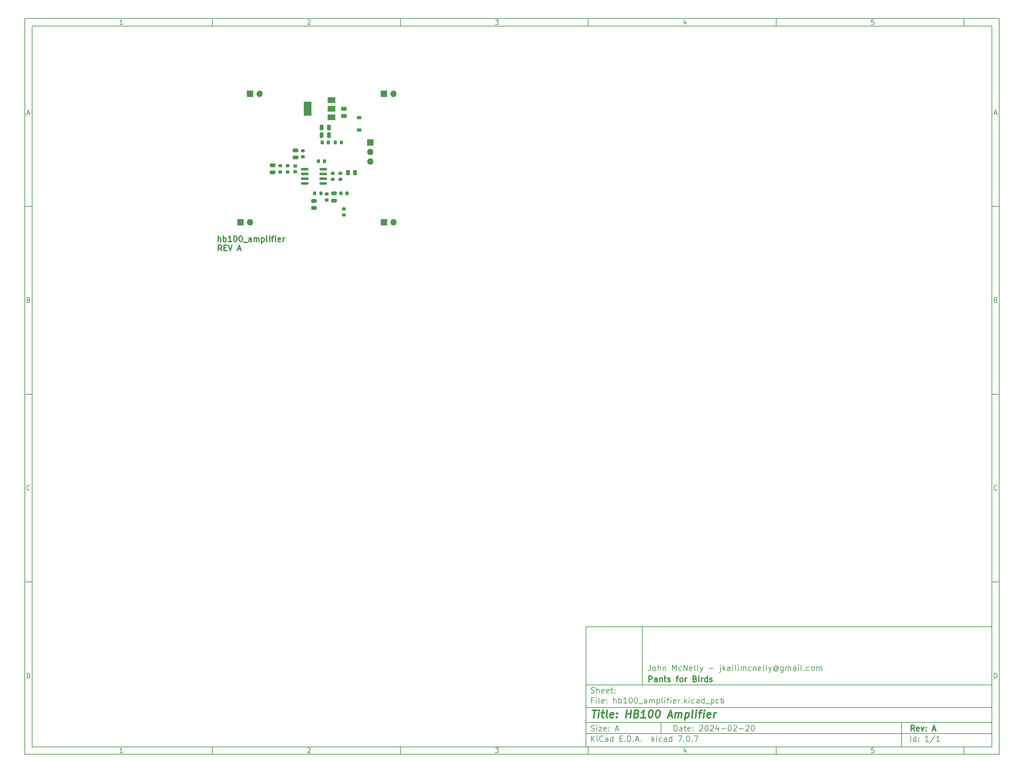
<source format=gbr>
%TF.GenerationSoftware,KiCad,Pcbnew,7.0.7*%
%TF.CreationDate,2024-02-20T22:27:51-08:00*%
%TF.ProjectId,hb100_amplifier,68623130-305f-4616-9d70-6c6966696572,A*%
%TF.SameCoordinates,PX42c1d80PY1c9c380*%
%TF.FileFunction,Soldermask,Top*%
%TF.FilePolarity,Negative*%
%FSLAX46Y46*%
G04 Gerber Fmt 4.6, Leading zero omitted, Abs format (unit mm)*
G04 Created by KiCad (PCBNEW 7.0.7) date 2024-02-20 22:27:51*
%MOMM*%
%LPD*%
G01*
G04 APERTURE LIST*
G04 Aperture macros list*
%AMRoundRect*
0 Rectangle with rounded corners*
0 $1 Rounding radius*
0 $2 $3 $4 $5 $6 $7 $8 $9 X,Y pos of 4 corners*
0 Add a 4 corners polygon primitive as box body*
4,1,4,$2,$3,$4,$5,$6,$7,$8,$9,$2,$3,0*
0 Add four circle primitives for the rounded corners*
1,1,$1+$1,$2,$3*
1,1,$1+$1,$4,$5*
1,1,$1+$1,$6,$7*
1,1,$1+$1,$8,$9*
0 Add four rect primitives between the rounded corners*
20,1,$1+$1,$2,$3,$4,$5,0*
20,1,$1+$1,$4,$5,$6,$7,0*
20,1,$1+$1,$6,$7,$8,$9,0*
20,1,$1+$1,$8,$9,$2,$3,0*%
G04 Aperture macros list end*
%ADD10C,0.100000*%
%ADD11C,0.150000*%
%ADD12C,0.300000*%
%ADD13C,0.400000*%
%ADD14RoundRect,0.250000X-0.262500X-0.450000X0.262500X-0.450000X0.262500X0.450000X-0.262500X0.450000X0*%
%ADD15RoundRect,0.225000X-0.375000X0.225000X-0.375000X-0.225000X0.375000X-0.225000X0.375000X0.225000X0*%
%ADD16RoundRect,0.200000X0.275000X-0.200000X0.275000X0.200000X-0.275000X0.200000X-0.275000X-0.200000X0*%
%ADD17RoundRect,0.250000X-0.250000X-0.475000X0.250000X-0.475000X0.250000X0.475000X-0.250000X0.475000X0*%
%ADD18RoundRect,0.200000X0.200000X0.275000X-0.200000X0.275000X-0.200000X-0.275000X0.200000X-0.275000X0*%
%ADD19R,1.700000X1.700000*%
%ADD20O,1.700000X1.700000*%
%ADD21RoundRect,0.250000X-0.475000X0.250000X-0.475000X-0.250000X0.475000X-0.250000X0.475000X0.250000X0*%
%ADD22RoundRect,0.250000X0.475000X-0.250000X0.475000X0.250000X-0.475000X0.250000X-0.475000X-0.250000X0*%
%ADD23RoundRect,0.200000X-0.275000X0.200000X-0.275000X-0.200000X0.275000X-0.200000X0.275000X0.200000X0*%
%ADD24RoundRect,0.200000X-0.200000X-0.275000X0.200000X-0.275000X0.200000X0.275000X-0.200000X0.275000X0*%
%ADD25RoundRect,0.225000X0.225000X0.250000X-0.225000X0.250000X-0.225000X-0.250000X0.225000X-0.250000X0*%
%ADD26RoundRect,0.218750X0.218750X0.256250X-0.218750X0.256250X-0.218750X-0.256250X0.218750X-0.256250X0*%
%ADD27RoundRect,0.150000X-0.825000X-0.150000X0.825000X-0.150000X0.825000X0.150000X-0.825000X0.150000X0*%
%ADD28RoundRect,0.225000X0.250000X-0.225000X0.250000X0.225000X-0.250000X0.225000X-0.250000X-0.225000X0*%
%ADD29R,2.000000X1.500000*%
%ADD30R,2.000000X3.800000*%
G04 APERTURE END LIST*
D10*
D11*
X89400000Y-141900000D02*
X197400000Y-141900000D01*
X197400000Y-173900000D01*
X89400000Y-173900000D01*
X89400000Y-141900000D01*
D10*
D11*
X-60000000Y20000000D02*
X199400000Y20000000D01*
X199400000Y-175900000D01*
X-60000000Y-175900000D01*
X-60000000Y20000000D01*
D10*
D11*
X-58000000Y18000000D02*
X197400000Y18000000D01*
X197400000Y-173900000D01*
X-58000000Y-173900000D01*
X-58000000Y18000000D01*
D10*
D11*
X-10000000Y18000000D02*
X-10000000Y20000000D01*
D10*
D11*
X40000000Y18000000D02*
X40000000Y20000000D01*
D10*
D11*
X90000000Y18000000D02*
X90000000Y20000000D01*
D10*
D11*
X140000000Y18000000D02*
X140000000Y20000000D01*
D10*
D11*
X190000000Y18000000D02*
X190000000Y20000000D01*
D10*
D11*
X-33910840Y18406396D02*
X-34653697Y18406396D01*
X-34282269Y18406396D02*
X-34282269Y19706396D01*
X-34282269Y19706396D02*
X-34406078Y19520681D01*
X-34406078Y19520681D02*
X-34529888Y19396872D01*
X-34529888Y19396872D02*
X-34653697Y19334967D01*
D10*
D11*
X15346303Y19582586D02*
X15408207Y19644491D01*
X15408207Y19644491D02*
X15532017Y19706396D01*
X15532017Y19706396D02*
X15841541Y19706396D01*
X15841541Y19706396D02*
X15965350Y19644491D01*
X15965350Y19644491D02*
X16027255Y19582586D01*
X16027255Y19582586D02*
X16089160Y19458777D01*
X16089160Y19458777D02*
X16089160Y19334967D01*
X16089160Y19334967D02*
X16027255Y19149253D01*
X16027255Y19149253D02*
X15284398Y18406396D01*
X15284398Y18406396D02*
X16089160Y18406396D01*
D10*
D11*
X65284398Y19706396D02*
X66089160Y19706396D01*
X66089160Y19706396D02*
X65655826Y19211158D01*
X65655826Y19211158D02*
X65841541Y19211158D01*
X65841541Y19211158D02*
X65965350Y19149253D01*
X65965350Y19149253D02*
X66027255Y19087348D01*
X66027255Y19087348D02*
X66089160Y18963539D01*
X66089160Y18963539D02*
X66089160Y18654015D01*
X66089160Y18654015D02*
X66027255Y18530205D01*
X66027255Y18530205D02*
X65965350Y18468300D01*
X65965350Y18468300D02*
X65841541Y18406396D01*
X65841541Y18406396D02*
X65470112Y18406396D01*
X65470112Y18406396D02*
X65346303Y18468300D01*
X65346303Y18468300D02*
X65284398Y18530205D01*
D10*
D11*
X115965350Y19273062D02*
X115965350Y18406396D01*
X115655826Y19768300D02*
X115346303Y18839729D01*
X115346303Y18839729D02*
X116151064Y18839729D01*
D10*
D11*
X166027255Y19706396D02*
X165408207Y19706396D01*
X165408207Y19706396D02*
X165346303Y19087348D01*
X165346303Y19087348D02*
X165408207Y19149253D01*
X165408207Y19149253D02*
X165532017Y19211158D01*
X165532017Y19211158D02*
X165841541Y19211158D01*
X165841541Y19211158D02*
X165965350Y19149253D01*
X165965350Y19149253D02*
X166027255Y19087348D01*
X166027255Y19087348D02*
X166089160Y18963539D01*
X166089160Y18963539D02*
X166089160Y18654015D01*
X166089160Y18654015D02*
X166027255Y18530205D01*
X166027255Y18530205D02*
X165965350Y18468300D01*
X165965350Y18468300D02*
X165841541Y18406396D01*
X165841541Y18406396D02*
X165532017Y18406396D01*
X165532017Y18406396D02*
X165408207Y18468300D01*
X165408207Y18468300D02*
X165346303Y18530205D01*
D10*
D11*
X-10000000Y-173900000D02*
X-10000000Y-175900000D01*
D10*
D11*
X40000000Y-173900000D02*
X40000000Y-175900000D01*
D10*
D11*
X90000000Y-173900000D02*
X90000000Y-175900000D01*
D10*
D11*
X140000000Y-173900000D02*
X140000000Y-175900000D01*
D10*
D11*
X190000000Y-173900000D02*
X190000000Y-175900000D01*
D10*
D11*
X-33910840Y-175493604D02*
X-34653697Y-175493604D01*
X-34282269Y-175493604D02*
X-34282269Y-174193604D01*
X-34282269Y-174193604D02*
X-34406078Y-174379319D01*
X-34406078Y-174379319D02*
X-34529888Y-174503128D01*
X-34529888Y-174503128D02*
X-34653697Y-174565033D01*
D10*
D11*
X15346303Y-174317414D02*
X15408207Y-174255509D01*
X15408207Y-174255509D02*
X15532017Y-174193604D01*
X15532017Y-174193604D02*
X15841541Y-174193604D01*
X15841541Y-174193604D02*
X15965350Y-174255509D01*
X15965350Y-174255509D02*
X16027255Y-174317414D01*
X16027255Y-174317414D02*
X16089160Y-174441223D01*
X16089160Y-174441223D02*
X16089160Y-174565033D01*
X16089160Y-174565033D02*
X16027255Y-174750747D01*
X16027255Y-174750747D02*
X15284398Y-175493604D01*
X15284398Y-175493604D02*
X16089160Y-175493604D01*
D10*
D11*
X65284398Y-174193604D02*
X66089160Y-174193604D01*
X66089160Y-174193604D02*
X65655826Y-174688842D01*
X65655826Y-174688842D02*
X65841541Y-174688842D01*
X65841541Y-174688842D02*
X65965350Y-174750747D01*
X65965350Y-174750747D02*
X66027255Y-174812652D01*
X66027255Y-174812652D02*
X66089160Y-174936461D01*
X66089160Y-174936461D02*
X66089160Y-175245985D01*
X66089160Y-175245985D02*
X66027255Y-175369795D01*
X66027255Y-175369795D02*
X65965350Y-175431700D01*
X65965350Y-175431700D02*
X65841541Y-175493604D01*
X65841541Y-175493604D02*
X65470112Y-175493604D01*
X65470112Y-175493604D02*
X65346303Y-175431700D01*
X65346303Y-175431700D02*
X65284398Y-175369795D01*
D10*
D11*
X115965350Y-174626938D02*
X115965350Y-175493604D01*
X115655826Y-174131700D02*
X115346303Y-175060271D01*
X115346303Y-175060271D02*
X116151064Y-175060271D01*
D10*
D11*
X166027255Y-174193604D02*
X165408207Y-174193604D01*
X165408207Y-174193604D02*
X165346303Y-174812652D01*
X165346303Y-174812652D02*
X165408207Y-174750747D01*
X165408207Y-174750747D02*
X165532017Y-174688842D01*
X165532017Y-174688842D02*
X165841541Y-174688842D01*
X165841541Y-174688842D02*
X165965350Y-174750747D01*
X165965350Y-174750747D02*
X166027255Y-174812652D01*
X166027255Y-174812652D02*
X166089160Y-174936461D01*
X166089160Y-174936461D02*
X166089160Y-175245985D01*
X166089160Y-175245985D02*
X166027255Y-175369795D01*
X166027255Y-175369795D02*
X165965350Y-175431700D01*
X165965350Y-175431700D02*
X165841541Y-175493604D01*
X165841541Y-175493604D02*
X165532017Y-175493604D01*
X165532017Y-175493604D02*
X165408207Y-175431700D01*
X165408207Y-175431700D02*
X165346303Y-175369795D01*
D10*
D11*
X-60000000Y-30000000D02*
X-58000000Y-30000000D01*
D10*
D11*
X-60000000Y-80000000D02*
X-58000000Y-80000000D01*
D10*
D11*
X-60000000Y-130000000D02*
X-58000000Y-130000000D01*
D10*
D11*
X-59309524Y-5222176D02*
X-58690477Y-5222176D01*
X-59433334Y-5593604D02*
X-59000001Y-4293604D01*
X-59000001Y-4293604D02*
X-58566667Y-5593604D01*
D10*
D11*
X-58907143Y-54912652D02*
X-58721429Y-54974557D01*
X-58721429Y-54974557D02*
X-58659524Y-55036461D01*
X-58659524Y-55036461D02*
X-58597620Y-55160271D01*
X-58597620Y-55160271D02*
X-58597620Y-55345985D01*
X-58597620Y-55345985D02*
X-58659524Y-55469795D01*
X-58659524Y-55469795D02*
X-58721429Y-55531700D01*
X-58721429Y-55531700D02*
X-58845239Y-55593604D01*
X-58845239Y-55593604D02*
X-59340477Y-55593604D01*
X-59340477Y-55593604D02*
X-59340477Y-54293604D01*
X-59340477Y-54293604D02*
X-58907143Y-54293604D01*
X-58907143Y-54293604D02*
X-58783334Y-54355509D01*
X-58783334Y-54355509D02*
X-58721429Y-54417414D01*
X-58721429Y-54417414D02*
X-58659524Y-54541223D01*
X-58659524Y-54541223D02*
X-58659524Y-54665033D01*
X-58659524Y-54665033D02*
X-58721429Y-54788842D01*
X-58721429Y-54788842D02*
X-58783334Y-54850747D01*
X-58783334Y-54850747D02*
X-58907143Y-54912652D01*
X-58907143Y-54912652D02*
X-59340477Y-54912652D01*
D10*
D11*
X-58597620Y-105469795D02*
X-58659524Y-105531700D01*
X-58659524Y-105531700D02*
X-58845239Y-105593604D01*
X-58845239Y-105593604D02*
X-58969048Y-105593604D01*
X-58969048Y-105593604D02*
X-59154762Y-105531700D01*
X-59154762Y-105531700D02*
X-59278572Y-105407890D01*
X-59278572Y-105407890D02*
X-59340477Y-105284080D01*
X-59340477Y-105284080D02*
X-59402381Y-105036461D01*
X-59402381Y-105036461D02*
X-59402381Y-104850747D01*
X-59402381Y-104850747D02*
X-59340477Y-104603128D01*
X-59340477Y-104603128D02*
X-59278572Y-104479319D01*
X-59278572Y-104479319D02*
X-59154762Y-104355509D01*
X-59154762Y-104355509D02*
X-58969048Y-104293604D01*
X-58969048Y-104293604D02*
X-58845239Y-104293604D01*
X-58845239Y-104293604D02*
X-58659524Y-104355509D01*
X-58659524Y-104355509D02*
X-58597620Y-104417414D01*
D10*
D11*
X-59340477Y-155593604D02*
X-59340477Y-154293604D01*
X-59340477Y-154293604D02*
X-59030953Y-154293604D01*
X-59030953Y-154293604D02*
X-58845239Y-154355509D01*
X-58845239Y-154355509D02*
X-58721429Y-154479319D01*
X-58721429Y-154479319D02*
X-58659524Y-154603128D01*
X-58659524Y-154603128D02*
X-58597620Y-154850747D01*
X-58597620Y-154850747D02*
X-58597620Y-155036461D01*
X-58597620Y-155036461D02*
X-58659524Y-155284080D01*
X-58659524Y-155284080D02*
X-58721429Y-155407890D01*
X-58721429Y-155407890D02*
X-58845239Y-155531700D01*
X-58845239Y-155531700D02*
X-59030953Y-155593604D01*
X-59030953Y-155593604D02*
X-59340477Y-155593604D01*
D10*
D11*
X199400000Y-30000000D02*
X197400000Y-30000000D01*
D10*
D11*
X199400000Y-80000000D02*
X197400000Y-80000000D01*
D10*
D11*
X199400000Y-130000000D02*
X197400000Y-130000000D01*
D10*
D11*
X198090476Y-5222176D02*
X198709523Y-5222176D01*
X197966666Y-5593604D02*
X198399999Y-4293604D01*
X198399999Y-4293604D02*
X198833333Y-5593604D01*
D10*
D11*
X198492857Y-54912652D02*
X198678571Y-54974557D01*
X198678571Y-54974557D02*
X198740476Y-55036461D01*
X198740476Y-55036461D02*
X198802380Y-55160271D01*
X198802380Y-55160271D02*
X198802380Y-55345985D01*
X198802380Y-55345985D02*
X198740476Y-55469795D01*
X198740476Y-55469795D02*
X198678571Y-55531700D01*
X198678571Y-55531700D02*
X198554761Y-55593604D01*
X198554761Y-55593604D02*
X198059523Y-55593604D01*
X198059523Y-55593604D02*
X198059523Y-54293604D01*
X198059523Y-54293604D02*
X198492857Y-54293604D01*
X198492857Y-54293604D02*
X198616666Y-54355509D01*
X198616666Y-54355509D02*
X198678571Y-54417414D01*
X198678571Y-54417414D02*
X198740476Y-54541223D01*
X198740476Y-54541223D02*
X198740476Y-54665033D01*
X198740476Y-54665033D02*
X198678571Y-54788842D01*
X198678571Y-54788842D02*
X198616666Y-54850747D01*
X198616666Y-54850747D02*
X198492857Y-54912652D01*
X198492857Y-54912652D02*
X198059523Y-54912652D01*
D10*
D11*
X198802380Y-105469795D02*
X198740476Y-105531700D01*
X198740476Y-105531700D02*
X198554761Y-105593604D01*
X198554761Y-105593604D02*
X198430952Y-105593604D01*
X198430952Y-105593604D02*
X198245238Y-105531700D01*
X198245238Y-105531700D02*
X198121428Y-105407890D01*
X198121428Y-105407890D02*
X198059523Y-105284080D01*
X198059523Y-105284080D02*
X197997619Y-105036461D01*
X197997619Y-105036461D02*
X197997619Y-104850747D01*
X197997619Y-104850747D02*
X198059523Y-104603128D01*
X198059523Y-104603128D02*
X198121428Y-104479319D01*
X198121428Y-104479319D02*
X198245238Y-104355509D01*
X198245238Y-104355509D02*
X198430952Y-104293604D01*
X198430952Y-104293604D02*
X198554761Y-104293604D01*
X198554761Y-104293604D02*
X198740476Y-104355509D01*
X198740476Y-104355509D02*
X198802380Y-104417414D01*
D10*
D11*
X198059523Y-155593604D02*
X198059523Y-154293604D01*
X198059523Y-154293604D02*
X198369047Y-154293604D01*
X198369047Y-154293604D02*
X198554761Y-154355509D01*
X198554761Y-154355509D02*
X198678571Y-154479319D01*
X198678571Y-154479319D02*
X198740476Y-154603128D01*
X198740476Y-154603128D02*
X198802380Y-154850747D01*
X198802380Y-154850747D02*
X198802380Y-155036461D01*
X198802380Y-155036461D02*
X198740476Y-155284080D01*
X198740476Y-155284080D02*
X198678571Y-155407890D01*
X198678571Y-155407890D02*
X198554761Y-155531700D01*
X198554761Y-155531700D02*
X198369047Y-155593604D01*
X198369047Y-155593604D02*
X198059523Y-155593604D01*
D10*
D11*
X112855826Y-169686128D02*
X112855826Y-168186128D01*
X112855826Y-168186128D02*
X113212969Y-168186128D01*
X113212969Y-168186128D02*
X113427255Y-168257557D01*
X113427255Y-168257557D02*
X113570112Y-168400414D01*
X113570112Y-168400414D02*
X113641541Y-168543271D01*
X113641541Y-168543271D02*
X113712969Y-168828985D01*
X113712969Y-168828985D02*
X113712969Y-169043271D01*
X113712969Y-169043271D02*
X113641541Y-169328985D01*
X113641541Y-169328985D02*
X113570112Y-169471842D01*
X113570112Y-169471842D02*
X113427255Y-169614700D01*
X113427255Y-169614700D02*
X113212969Y-169686128D01*
X113212969Y-169686128D02*
X112855826Y-169686128D01*
X114998684Y-169686128D02*
X114998684Y-168900414D01*
X114998684Y-168900414D02*
X114927255Y-168757557D01*
X114927255Y-168757557D02*
X114784398Y-168686128D01*
X114784398Y-168686128D02*
X114498684Y-168686128D01*
X114498684Y-168686128D02*
X114355826Y-168757557D01*
X114998684Y-169614700D02*
X114855826Y-169686128D01*
X114855826Y-169686128D02*
X114498684Y-169686128D01*
X114498684Y-169686128D02*
X114355826Y-169614700D01*
X114355826Y-169614700D02*
X114284398Y-169471842D01*
X114284398Y-169471842D02*
X114284398Y-169328985D01*
X114284398Y-169328985D02*
X114355826Y-169186128D01*
X114355826Y-169186128D02*
X114498684Y-169114700D01*
X114498684Y-169114700D02*
X114855826Y-169114700D01*
X114855826Y-169114700D02*
X114998684Y-169043271D01*
X115498684Y-168686128D02*
X116070112Y-168686128D01*
X115712969Y-168186128D02*
X115712969Y-169471842D01*
X115712969Y-169471842D02*
X115784398Y-169614700D01*
X115784398Y-169614700D02*
X115927255Y-169686128D01*
X115927255Y-169686128D02*
X116070112Y-169686128D01*
X117141541Y-169614700D02*
X116998684Y-169686128D01*
X116998684Y-169686128D02*
X116712970Y-169686128D01*
X116712970Y-169686128D02*
X116570112Y-169614700D01*
X116570112Y-169614700D02*
X116498684Y-169471842D01*
X116498684Y-169471842D02*
X116498684Y-168900414D01*
X116498684Y-168900414D02*
X116570112Y-168757557D01*
X116570112Y-168757557D02*
X116712970Y-168686128D01*
X116712970Y-168686128D02*
X116998684Y-168686128D01*
X116998684Y-168686128D02*
X117141541Y-168757557D01*
X117141541Y-168757557D02*
X117212970Y-168900414D01*
X117212970Y-168900414D02*
X117212970Y-169043271D01*
X117212970Y-169043271D02*
X116498684Y-169186128D01*
X117855826Y-169543271D02*
X117927255Y-169614700D01*
X117927255Y-169614700D02*
X117855826Y-169686128D01*
X117855826Y-169686128D02*
X117784398Y-169614700D01*
X117784398Y-169614700D02*
X117855826Y-169543271D01*
X117855826Y-169543271D02*
X117855826Y-169686128D01*
X117855826Y-168757557D02*
X117927255Y-168828985D01*
X117927255Y-168828985D02*
X117855826Y-168900414D01*
X117855826Y-168900414D02*
X117784398Y-168828985D01*
X117784398Y-168828985D02*
X117855826Y-168757557D01*
X117855826Y-168757557D02*
X117855826Y-168900414D01*
X119641541Y-168328985D02*
X119712969Y-168257557D01*
X119712969Y-168257557D02*
X119855827Y-168186128D01*
X119855827Y-168186128D02*
X120212969Y-168186128D01*
X120212969Y-168186128D02*
X120355827Y-168257557D01*
X120355827Y-168257557D02*
X120427255Y-168328985D01*
X120427255Y-168328985D02*
X120498684Y-168471842D01*
X120498684Y-168471842D02*
X120498684Y-168614700D01*
X120498684Y-168614700D02*
X120427255Y-168828985D01*
X120427255Y-168828985D02*
X119570112Y-169686128D01*
X119570112Y-169686128D02*
X120498684Y-169686128D01*
X121427255Y-168186128D02*
X121570112Y-168186128D01*
X121570112Y-168186128D02*
X121712969Y-168257557D01*
X121712969Y-168257557D02*
X121784398Y-168328985D01*
X121784398Y-168328985D02*
X121855826Y-168471842D01*
X121855826Y-168471842D02*
X121927255Y-168757557D01*
X121927255Y-168757557D02*
X121927255Y-169114700D01*
X121927255Y-169114700D02*
X121855826Y-169400414D01*
X121855826Y-169400414D02*
X121784398Y-169543271D01*
X121784398Y-169543271D02*
X121712969Y-169614700D01*
X121712969Y-169614700D02*
X121570112Y-169686128D01*
X121570112Y-169686128D02*
X121427255Y-169686128D01*
X121427255Y-169686128D02*
X121284398Y-169614700D01*
X121284398Y-169614700D02*
X121212969Y-169543271D01*
X121212969Y-169543271D02*
X121141540Y-169400414D01*
X121141540Y-169400414D02*
X121070112Y-169114700D01*
X121070112Y-169114700D02*
X121070112Y-168757557D01*
X121070112Y-168757557D02*
X121141540Y-168471842D01*
X121141540Y-168471842D02*
X121212969Y-168328985D01*
X121212969Y-168328985D02*
X121284398Y-168257557D01*
X121284398Y-168257557D02*
X121427255Y-168186128D01*
X122498683Y-168328985D02*
X122570111Y-168257557D01*
X122570111Y-168257557D02*
X122712969Y-168186128D01*
X122712969Y-168186128D02*
X123070111Y-168186128D01*
X123070111Y-168186128D02*
X123212969Y-168257557D01*
X123212969Y-168257557D02*
X123284397Y-168328985D01*
X123284397Y-168328985D02*
X123355826Y-168471842D01*
X123355826Y-168471842D02*
X123355826Y-168614700D01*
X123355826Y-168614700D02*
X123284397Y-168828985D01*
X123284397Y-168828985D02*
X122427254Y-169686128D01*
X122427254Y-169686128D02*
X123355826Y-169686128D01*
X124641540Y-168686128D02*
X124641540Y-169686128D01*
X124284397Y-168114700D02*
X123927254Y-169186128D01*
X123927254Y-169186128D02*
X124855825Y-169186128D01*
X125427253Y-169114700D02*
X126570111Y-169114700D01*
X127570111Y-168186128D02*
X127712968Y-168186128D01*
X127712968Y-168186128D02*
X127855825Y-168257557D01*
X127855825Y-168257557D02*
X127927254Y-168328985D01*
X127927254Y-168328985D02*
X127998682Y-168471842D01*
X127998682Y-168471842D02*
X128070111Y-168757557D01*
X128070111Y-168757557D02*
X128070111Y-169114700D01*
X128070111Y-169114700D02*
X127998682Y-169400414D01*
X127998682Y-169400414D02*
X127927254Y-169543271D01*
X127927254Y-169543271D02*
X127855825Y-169614700D01*
X127855825Y-169614700D02*
X127712968Y-169686128D01*
X127712968Y-169686128D02*
X127570111Y-169686128D01*
X127570111Y-169686128D02*
X127427254Y-169614700D01*
X127427254Y-169614700D02*
X127355825Y-169543271D01*
X127355825Y-169543271D02*
X127284396Y-169400414D01*
X127284396Y-169400414D02*
X127212968Y-169114700D01*
X127212968Y-169114700D02*
X127212968Y-168757557D01*
X127212968Y-168757557D02*
X127284396Y-168471842D01*
X127284396Y-168471842D02*
X127355825Y-168328985D01*
X127355825Y-168328985D02*
X127427254Y-168257557D01*
X127427254Y-168257557D02*
X127570111Y-168186128D01*
X128641539Y-168328985D02*
X128712967Y-168257557D01*
X128712967Y-168257557D02*
X128855825Y-168186128D01*
X128855825Y-168186128D02*
X129212967Y-168186128D01*
X129212967Y-168186128D02*
X129355825Y-168257557D01*
X129355825Y-168257557D02*
X129427253Y-168328985D01*
X129427253Y-168328985D02*
X129498682Y-168471842D01*
X129498682Y-168471842D02*
X129498682Y-168614700D01*
X129498682Y-168614700D02*
X129427253Y-168828985D01*
X129427253Y-168828985D02*
X128570110Y-169686128D01*
X128570110Y-169686128D02*
X129498682Y-169686128D01*
X130141538Y-169114700D02*
X131284396Y-169114700D01*
X131927253Y-168328985D02*
X131998681Y-168257557D01*
X131998681Y-168257557D02*
X132141539Y-168186128D01*
X132141539Y-168186128D02*
X132498681Y-168186128D01*
X132498681Y-168186128D02*
X132641539Y-168257557D01*
X132641539Y-168257557D02*
X132712967Y-168328985D01*
X132712967Y-168328985D02*
X132784396Y-168471842D01*
X132784396Y-168471842D02*
X132784396Y-168614700D01*
X132784396Y-168614700D02*
X132712967Y-168828985D01*
X132712967Y-168828985D02*
X131855824Y-169686128D01*
X131855824Y-169686128D02*
X132784396Y-169686128D01*
X133712967Y-168186128D02*
X133855824Y-168186128D01*
X133855824Y-168186128D02*
X133998681Y-168257557D01*
X133998681Y-168257557D02*
X134070110Y-168328985D01*
X134070110Y-168328985D02*
X134141538Y-168471842D01*
X134141538Y-168471842D02*
X134212967Y-168757557D01*
X134212967Y-168757557D02*
X134212967Y-169114700D01*
X134212967Y-169114700D02*
X134141538Y-169400414D01*
X134141538Y-169400414D02*
X134070110Y-169543271D01*
X134070110Y-169543271D02*
X133998681Y-169614700D01*
X133998681Y-169614700D02*
X133855824Y-169686128D01*
X133855824Y-169686128D02*
X133712967Y-169686128D01*
X133712967Y-169686128D02*
X133570110Y-169614700D01*
X133570110Y-169614700D02*
X133498681Y-169543271D01*
X133498681Y-169543271D02*
X133427252Y-169400414D01*
X133427252Y-169400414D02*
X133355824Y-169114700D01*
X133355824Y-169114700D02*
X133355824Y-168757557D01*
X133355824Y-168757557D02*
X133427252Y-168471842D01*
X133427252Y-168471842D02*
X133498681Y-168328985D01*
X133498681Y-168328985D02*
X133570110Y-168257557D01*
X133570110Y-168257557D02*
X133712967Y-168186128D01*
D10*
D11*
X89400000Y-170400000D02*
X197400000Y-170400000D01*
D10*
D11*
X90855826Y-172486128D02*
X90855826Y-170986128D01*
X91712969Y-172486128D02*
X91070112Y-171628985D01*
X91712969Y-170986128D02*
X90855826Y-171843271D01*
X92355826Y-172486128D02*
X92355826Y-171486128D01*
X92355826Y-170986128D02*
X92284398Y-171057557D01*
X92284398Y-171057557D02*
X92355826Y-171128985D01*
X92355826Y-171128985D02*
X92427255Y-171057557D01*
X92427255Y-171057557D02*
X92355826Y-170986128D01*
X92355826Y-170986128D02*
X92355826Y-171128985D01*
X93927255Y-172343271D02*
X93855827Y-172414700D01*
X93855827Y-172414700D02*
X93641541Y-172486128D01*
X93641541Y-172486128D02*
X93498684Y-172486128D01*
X93498684Y-172486128D02*
X93284398Y-172414700D01*
X93284398Y-172414700D02*
X93141541Y-172271842D01*
X93141541Y-172271842D02*
X93070112Y-172128985D01*
X93070112Y-172128985D02*
X92998684Y-171843271D01*
X92998684Y-171843271D02*
X92998684Y-171628985D01*
X92998684Y-171628985D02*
X93070112Y-171343271D01*
X93070112Y-171343271D02*
X93141541Y-171200414D01*
X93141541Y-171200414D02*
X93284398Y-171057557D01*
X93284398Y-171057557D02*
X93498684Y-170986128D01*
X93498684Y-170986128D02*
X93641541Y-170986128D01*
X93641541Y-170986128D02*
X93855827Y-171057557D01*
X93855827Y-171057557D02*
X93927255Y-171128985D01*
X95212970Y-172486128D02*
X95212970Y-171700414D01*
X95212970Y-171700414D02*
X95141541Y-171557557D01*
X95141541Y-171557557D02*
X94998684Y-171486128D01*
X94998684Y-171486128D02*
X94712970Y-171486128D01*
X94712970Y-171486128D02*
X94570112Y-171557557D01*
X95212970Y-172414700D02*
X95070112Y-172486128D01*
X95070112Y-172486128D02*
X94712970Y-172486128D01*
X94712970Y-172486128D02*
X94570112Y-172414700D01*
X94570112Y-172414700D02*
X94498684Y-172271842D01*
X94498684Y-172271842D02*
X94498684Y-172128985D01*
X94498684Y-172128985D02*
X94570112Y-171986128D01*
X94570112Y-171986128D02*
X94712970Y-171914700D01*
X94712970Y-171914700D02*
X95070112Y-171914700D01*
X95070112Y-171914700D02*
X95212970Y-171843271D01*
X96570113Y-172486128D02*
X96570113Y-170986128D01*
X96570113Y-172414700D02*
X96427255Y-172486128D01*
X96427255Y-172486128D02*
X96141541Y-172486128D01*
X96141541Y-172486128D02*
X95998684Y-172414700D01*
X95998684Y-172414700D02*
X95927255Y-172343271D01*
X95927255Y-172343271D02*
X95855827Y-172200414D01*
X95855827Y-172200414D02*
X95855827Y-171771842D01*
X95855827Y-171771842D02*
X95927255Y-171628985D01*
X95927255Y-171628985D02*
X95998684Y-171557557D01*
X95998684Y-171557557D02*
X96141541Y-171486128D01*
X96141541Y-171486128D02*
X96427255Y-171486128D01*
X96427255Y-171486128D02*
X96570113Y-171557557D01*
X98427255Y-171700414D02*
X98927255Y-171700414D01*
X99141541Y-172486128D02*
X98427255Y-172486128D01*
X98427255Y-172486128D02*
X98427255Y-170986128D01*
X98427255Y-170986128D02*
X99141541Y-170986128D01*
X99784398Y-172343271D02*
X99855827Y-172414700D01*
X99855827Y-172414700D02*
X99784398Y-172486128D01*
X99784398Y-172486128D02*
X99712970Y-172414700D01*
X99712970Y-172414700D02*
X99784398Y-172343271D01*
X99784398Y-172343271D02*
X99784398Y-172486128D01*
X100498684Y-172486128D02*
X100498684Y-170986128D01*
X100498684Y-170986128D02*
X100855827Y-170986128D01*
X100855827Y-170986128D02*
X101070113Y-171057557D01*
X101070113Y-171057557D02*
X101212970Y-171200414D01*
X101212970Y-171200414D02*
X101284399Y-171343271D01*
X101284399Y-171343271D02*
X101355827Y-171628985D01*
X101355827Y-171628985D02*
X101355827Y-171843271D01*
X101355827Y-171843271D02*
X101284399Y-172128985D01*
X101284399Y-172128985D02*
X101212970Y-172271842D01*
X101212970Y-172271842D02*
X101070113Y-172414700D01*
X101070113Y-172414700D02*
X100855827Y-172486128D01*
X100855827Y-172486128D02*
X100498684Y-172486128D01*
X101998684Y-172343271D02*
X102070113Y-172414700D01*
X102070113Y-172414700D02*
X101998684Y-172486128D01*
X101998684Y-172486128D02*
X101927256Y-172414700D01*
X101927256Y-172414700D02*
X101998684Y-172343271D01*
X101998684Y-172343271D02*
X101998684Y-172486128D01*
X102641542Y-172057557D02*
X103355828Y-172057557D01*
X102498685Y-172486128D02*
X102998685Y-170986128D01*
X102998685Y-170986128D02*
X103498685Y-172486128D01*
X103998684Y-172343271D02*
X104070113Y-172414700D01*
X104070113Y-172414700D02*
X103998684Y-172486128D01*
X103998684Y-172486128D02*
X103927256Y-172414700D01*
X103927256Y-172414700D02*
X103998684Y-172343271D01*
X103998684Y-172343271D02*
X103998684Y-172486128D01*
X106998684Y-172486128D02*
X106998684Y-170986128D01*
X107141542Y-171914700D02*
X107570113Y-172486128D01*
X107570113Y-171486128D02*
X106998684Y-172057557D01*
X108212970Y-172486128D02*
X108212970Y-171486128D01*
X108212970Y-170986128D02*
X108141542Y-171057557D01*
X108141542Y-171057557D02*
X108212970Y-171128985D01*
X108212970Y-171128985D02*
X108284399Y-171057557D01*
X108284399Y-171057557D02*
X108212970Y-170986128D01*
X108212970Y-170986128D02*
X108212970Y-171128985D01*
X109570114Y-172414700D02*
X109427256Y-172486128D01*
X109427256Y-172486128D02*
X109141542Y-172486128D01*
X109141542Y-172486128D02*
X108998685Y-172414700D01*
X108998685Y-172414700D02*
X108927256Y-172343271D01*
X108927256Y-172343271D02*
X108855828Y-172200414D01*
X108855828Y-172200414D02*
X108855828Y-171771842D01*
X108855828Y-171771842D02*
X108927256Y-171628985D01*
X108927256Y-171628985D02*
X108998685Y-171557557D01*
X108998685Y-171557557D02*
X109141542Y-171486128D01*
X109141542Y-171486128D02*
X109427256Y-171486128D01*
X109427256Y-171486128D02*
X109570114Y-171557557D01*
X110855828Y-172486128D02*
X110855828Y-171700414D01*
X110855828Y-171700414D02*
X110784399Y-171557557D01*
X110784399Y-171557557D02*
X110641542Y-171486128D01*
X110641542Y-171486128D02*
X110355828Y-171486128D01*
X110355828Y-171486128D02*
X110212970Y-171557557D01*
X110855828Y-172414700D02*
X110712970Y-172486128D01*
X110712970Y-172486128D02*
X110355828Y-172486128D01*
X110355828Y-172486128D02*
X110212970Y-172414700D01*
X110212970Y-172414700D02*
X110141542Y-172271842D01*
X110141542Y-172271842D02*
X110141542Y-172128985D01*
X110141542Y-172128985D02*
X110212970Y-171986128D01*
X110212970Y-171986128D02*
X110355828Y-171914700D01*
X110355828Y-171914700D02*
X110712970Y-171914700D01*
X110712970Y-171914700D02*
X110855828Y-171843271D01*
X112212971Y-172486128D02*
X112212971Y-170986128D01*
X112212971Y-172414700D02*
X112070113Y-172486128D01*
X112070113Y-172486128D02*
X111784399Y-172486128D01*
X111784399Y-172486128D02*
X111641542Y-172414700D01*
X111641542Y-172414700D02*
X111570113Y-172343271D01*
X111570113Y-172343271D02*
X111498685Y-172200414D01*
X111498685Y-172200414D02*
X111498685Y-171771842D01*
X111498685Y-171771842D02*
X111570113Y-171628985D01*
X111570113Y-171628985D02*
X111641542Y-171557557D01*
X111641542Y-171557557D02*
X111784399Y-171486128D01*
X111784399Y-171486128D02*
X112070113Y-171486128D01*
X112070113Y-171486128D02*
X112212971Y-171557557D01*
X113927256Y-170986128D02*
X114927256Y-170986128D01*
X114927256Y-170986128D02*
X114284399Y-172486128D01*
X115498684Y-172343271D02*
X115570113Y-172414700D01*
X115570113Y-172414700D02*
X115498684Y-172486128D01*
X115498684Y-172486128D02*
X115427256Y-172414700D01*
X115427256Y-172414700D02*
X115498684Y-172343271D01*
X115498684Y-172343271D02*
X115498684Y-172486128D01*
X116498685Y-170986128D02*
X116641542Y-170986128D01*
X116641542Y-170986128D02*
X116784399Y-171057557D01*
X116784399Y-171057557D02*
X116855828Y-171128985D01*
X116855828Y-171128985D02*
X116927256Y-171271842D01*
X116927256Y-171271842D02*
X116998685Y-171557557D01*
X116998685Y-171557557D02*
X116998685Y-171914700D01*
X116998685Y-171914700D02*
X116927256Y-172200414D01*
X116927256Y-172200414D02*
X116855828Y-172343271D01*
X116855828Y-172343271D02*
X116784399Y-172414700D01*
X116784399Y-172414700D02*
X116641542Y-172486128D01*
X116641542Y-172486128D02*
X116498685Y-172486128D01*
X116498685Y-172486128D02*
X116355828Y-172414700D01*
X116355828Y-172414700D02*
X116284399Y-172343271D01*
X116284399Y-172343271D02*
X116212970Y-172200414D01*
X116212970Y-172200414D02*
X116141542Y-171914700D01*
X116141542Y-171914700D02*
X116141542Y-171557557D01*
X116141542Y-171557557D02*
X116212970Y-171271842D01*
X116212970Y-171271842D02*
X116284399Y-171128985D01*
X116284399Y-171128985D02*
X116355828Y-171057557D01*
X116355828Y-171057557D02*
X116498685Y-170986128D01*
X117641541Y-172343271D02*
X117712970Y-172414700D01*
X117712970Y-172414700D02*
X117641541Y-172486128D01*
X117641541Y-172486128D02*
X117570113Y-172414700D01*
X117570113Y-172414700D02*
X117641541Y-172343271D01*
X117641541Y-172343271D02*
X117641541Y-172486128D01*
X118212970Y-170986128D02*
X119212970Y-170986128D01*
X119212970Y-170986128D02*
X118570113Y-172486128D01*
D10*
D11*
X89400000Y-167400000D02*
X197400000Y-167400000D01*
D10*
D12*
X176811653Y-169678328D02*
X176311653Y-168964042D01*
X175954510Y-169678328D02*
X175954510Y-168178328D01*
X175954510Y-168178328D02*
X176525939Y-168178328D01*
X176525939Y-168178328D02*
X176668796Y-168249757D01*
X176668796Y-168249757D02*
X176740225Y-168321185D01*
X176740225Y-168321185D02*
X176811653Y-168464042D01*
X176811653Y-168464042D02*
X176811653Y-168678328D01*
X176811653Y-168678328D02*
X176740225Y-168821185D01*
X176740225Y-168821185D02*
X176668796Y-168892614D01*
X176668796Y-168892614D02*
X176525939Y-168964042D01*
X176525939Y-168964042D02*
X175954510Y-168964042D01*
X178025939Y-169606900D02*
X177883082Y-169678328D01*
X177883082Y-169678328D02*
X177597368Y-169678328D01*
X177597368Y-169678328D02*
X177454510Y-169606900D01*
X177454510Y-169606900D02*
X177383082Y-169464042D01*
X177383082Y-169464042D02*
X177383082Y-168892614D01*
X177383082Y-168892614D02*
X177454510Y-168749757D01*
X177454510Y-168749757D02*
X177597368Y-168678328D01*
X177597368Y-168678328D02*
X177883082Y-168678328D01*
X177883082Y-168678328D02*
X178025939Y-168749757D01*
X178025939Y-168749757D02*
X178097368Y-168892614D01*
X178097368Y-168892614D02*
X178097368Y-169035471D01*
X178097368Y-169035471D02*
X177383082Y-169178328D01*
X178597367Y-168678328D02*
X178954510Y-169678328D01*
X178954510Y-169678328D02*
X179311653Y-168678328D01*
X179883081Y-169535471D02*
X179954510Y-169606900D01*
X179954510Y-169606900D02*
X179883081Y-169678328D01*
X179883081Y-169678328D02*
X179811653Y-169606900D01*
X179811653Y-169606900D02*
X179883081Y-169535471D01*
X179883081Y-169535471D02*
X179883081Y-169678328D01*
X179883081Y-168749757D02*
X179954510Y-168821185D01*
X179954510Y-168821185D02*
X179883081Y-168892614D01*
X179883081Y-168892614D02*
X179811653Y-168821185D01*
X179811653Y-168821185D02*
X179883081Y-168749757D01*
X179883081Y-168749757D02*
X179883081Y-168892614D01*
X181668796Y-169249757D02*
X182383082Y-169249757D01*
X181525939Y-169678328D02*
X182025939Y-168178328D01*
X182025939Y-168178328D02*
X182525939Y-169678328D01*
D10*
D11*
X90784398Y-169614700D02*
X90998684Y-169686128D01*
X90998684Y-169686128D02*
X91355826Y-169686128D01*
X91355826Y-169686128D02*
X91498684Y-169614700D01*
X91498684Y-169614700D02*
X91570112Y-169543271D01*
X91570112Y-169543271D02*
X91641541Y-169400414D01*
X91641541Y-169400414D02*
X91641541Y-169257557D01*
X91641541Y-169257557D02*
X91570112Y-169114700D01*
X91570112Y-169114700D02*
X91498684Y-169043271D01*
X91498684Y-169043271D02*
X91355826Y-168971842D01*
X91355826Y-168971842D02*
X91070112Y-168900414D01*
X91070112Y-168900414D02*
X90927255Y-168828985D01*
X90927255Y-168828985D02*
X90855826Y-168757557D01*
X90855826Y-168757557D02*
X90784398Y-168614700D01*
X90784398Y-168614700D02*
X90784398Y-168471842D01*
X90784398Y-168471842D02*
X90855826Y-168328985D01*
X90855826Y-168328985D02*
X90927255Y-168257557D01*
X90927255Y-168257557D02*
X91070112Y-168186128D01*
X91070112Y-168186128D02*
X91427255Y-168186128D01*
X91427255Y-168186128D02*
X91641541Y-168257557D01*
X92284397Y-169686128D02*
X92284397Y-168686128D01*
X92284397Y-168186128D02*
X92212969Y-168257557D01*
X92212969Y-168257557D02*
X92284397Y-168328985D01*
X92284397Y-168328985D02*
X92355826Y-168257557D01*
X92355826Y-168257557D02*
X92284397Y-168186128D01*
X92284397Y-168186128D02*
X92284397Y-168328985D01*
X92855826Y-168686128D02*
X93641541Y-168686128D01*
X93641541Y-168686128D02*
X92855826Y-169686128D01*
X92855826Y-169686128D02*
X93641541Y-169686128D01*
X94784398Y-169614700D02*
X94641541Y-169686128D01*
X94641541Y-169686128D02*
X94355827Y-169686128D01*
X94355827Y-169686128D02*
X94212969Y-169614700D01*
X94212969Y-169614700D02*
X94141541Y-169471842D01*
X94141541Y-169471842D02*
X94141541Y-168900414D01*
X94141541Y-168900414D02*
X94212969Y-168757557D01*
X94212969Y-168757557D02*
X94355827Y-168686128D01*
X94355827Y-168686128D02*
X94641541Y-168686128D01*
X94641541Y-168686128D02*
X94784398Y-168757557D01*
X94784398Y-168757557D02*
X94855827Y-168900414D01*
X94855827Y-168900414D02*
X94855827Y-169043271D01*
X94855827Y-169043271D02*
X94141541Y-169186128D01*
X95498683Y-169543271D02*
X95570112Y-169614700D01*
X95570112Y-169614700D02*
X95498683Y-169686128D01*
X95498683Y-169686128D02*
X95427255Y-169614700D01*
X95427255Y-169614700D02*
X95498683Y-169543271D01*
X95498683Y-169543271D02*
X95498683Y-169686128D01*
X95498683Y-168757557D02*
X95570112Y-168828985D01*
X95570112Y-168828985D02*
X95498683Y-168900414D01*
X95498683Y-168900414D02*
X95427255Y-168828985D01*
X95427255Y-168828985D02*
X95498683Y-168757557D01*
X95498683Y-168757557D02*
X95498683Y-168900414D01*
X97284398Y-169257557D02*
X97998684Y-169257557D01*
X97141541Y-169686128D02*
X97641541Y-168186128D01*
X97641541Y-168186128D02*
X98141541Y-169686128D01*
D10*
D11*
X175855826Y-172486128D02*
X175855826Y-170986128D01*
X177212970Y-172486128D02*
X177212970Y-170986128D01*
X177212970Y-172414700D02*
X177070112Y-172486128D01*
X177070112Y-172486128D02*
X176784398Y-172486128D01*
X176784398Y-172486128D02*
X176641541Y-172414700D01*
X176641541Y-172414700D02*
X176570112Y-172343271D01*
X176570112Y-172343271D02*
X176498684Y-172200414D01*
X176498684Y-172200414D02*
X176498684Y-171771842D01*
X176498684Y-171771842D02*
X176570112Y-171628985D01*
X176570112Y-171628985D02*
X176641541Y-171557557D01*
X176641541Y-171557557D02*
X176784398Y-171486128D01*
X176784398Y-171486128D02*
X177070112Y-171486128D01*
X177070112Y-171486128D02*
X177212970Y-171557557D01*
X177927255Y-172343271D02*
X177998684Y-172414700D01*
X177998684Y-172414700D02*
X177927255Y-172486128D01*
X177927255Y-172486128D02*
X177855827Y-172414700D01*
X177855827Y-172414700D02*
X177927255Y-172343271D01*
X177927255Y-172343271D02*
X177927255Y-172486128D01*
X177927255Y-171557557D02*
X177998684Y-171628985D01*
X177998684Y-171628985D02*
X177927255Y-171700414D01*
X177927255Y-171700414D02*
X177855827Y-171628985D01*
X177855827Y-171628985D02*
X177927255Y-171557557D01*
X177927255Y-171557557D02*
X177927255Y-171700414D01*
X180570113Y-172486128D02*
X179712970Y-172486128D01*
X180141541Y-172486128D02*
X180141541Y-170986128D01*
X180141541Y-170986128D02*
X179998684Y-171200414D01*
X179998684Y-171200414D02*
X179855827Y-171343271D01*
X179855827Y-171343271D02*
X179712970Y-171414700D01*
X182284398Y-170914700D02*
X180998684Y-172843271D01*
X183570113Y-172486128D02*
X182712970Y-172486128D01*
X183141541Y-172486128D02*
X183141541Y-170986128D01*
X183141541Y-170986128D02*
X182998684Y-171200414D01*
X182998684Y-171200414D02*
X182855827Y-171343271D01*
X182855827Y-171343271D02*
X182712970Y-171414700D01*
D10*
D11*
X89400000Y-163400000D02*
X197400000Y-163400000D01*
D10*
D13*
X91091728Y-164104438D02*
X92234585Y-164104438D01*
X91413157Y-166104438D02*
X91663157Y-164104438D01*
X92651252Y-166104438D02*
X92817919Y-164771104D01*
X92901252Y-164104438D02*
X92794109Y-164199676D01*
X92794109Y-164199676D02*
X92877443Y-164294914D01*
X92877443Y-164294914D02*
X92984586Y-164199676D01*
X92984586Y-164199676D02*
X92901252Y-164104438D01*
X92901252Y-164104438D02*
X92877443Y-164294914D01*
X93484586Y-164771104D02*
X94246490Y-164771104D01*
X93853633Y-164104438D02*
X93639348Y-165818723D01*
X93639348Y-165818723D02*
X93710776Y-166009200D01*
X93710776Y-166009200D02*
X93889348Y-166104438D01*
X93889348Y-166104438D02*
X94079824Y-166104438D01*
X95032205Y-166104438D02*
X94853633Y-166009200D01*
X94853633Y-166009200D02*
X94782205Y-165818723D01*
X94782205Y-165818723D02*
X94996490Y-164104438D01*
X96567919Y-166009200D02*
X96365538Y-166104438D01*
X96365538Y-166104438D02*
X95984585Y-166104438D01*
X95984585Y-166104438D02*
X95806014Y-166009200D01*
X95806014Y-166009200D02*
X95734585Y-165818723D01*
X95734585Y-165818723D02*
X95829824Y-165056819D01*
X95829824Y-165056819D02*
X95948871Y-164866342D01*
X95948871Y-164866342D02*
X96151252Y-164771104D01*
X96151252Y-164771104D02*
X96532204Y-164771104D01*
X96532204Y-164771104D02*
X96710776Y-164866342D01*
X96710776Y-164866342D02*
X96782204Y-165056819D01*
X96782204Y-165056819D02*
X96758395Y-165247295D01*
X96758395Y-165247295D02*
X95782204Y-165437771D01*
X97532205Y-165913961D02*
X97615538Y-166009200D01*
X97615538Y-166009200D02*
X97508395Y-166104438D01*
X97508395Y-166104438D02*
X97425062Y-166009200D01*
X97425062Y-166009200D02*
X97532205Y-165913961D01*
X97532205Y-165913961D02*
X97508395Y-166104438D01*
X97663157Y-164866342D02*
X97746490Y-164961580D01*
X97746490Y-164961580D02*
X97639348Y-165056819D01*
X97639348Y-165056819D02*
X97556014Y-164961580D01*
X97556014Y-164961580D02*
X97663157Y-164866342D01*
X97663157Y-164866342D02*
X97639348Y-165056819D01*
X99984586Y-166104438D02*
X100234586Y-164104438D01*
X100115539Y-165056819D02*
X101258396Y-165056819D01*
X101127443Y-166104438D02*
X101377443Y-164104438D01*
X102877443Y-165056819D02*
X103151253Y-165152057D01*
X103151253Y-165152057D02*
X103234586Y-165247295D01*
X103234586Y-165247295D02*
X103306015Y-165437771D01*
X103306015Y-165437771D02*
X103270300Y-165723485D01*
X103270300Y-165723485D02*
X103151253Y-165913961D01*
X103151253Y-165913961D02*
X103044110Y-166009200D01*
X103044110Y-166009200D02*
X102841729Y-166104438D01*
X102841729Y-166104438D02*
X102079824Y-166104438D01*
X102079824Y-166104438D02*
X102329824Y-164104438D01*
X102329824Y-164104438D02*
X102996491Y-164104438D01*
X102996491Y-164104438D02*
X103175062Y-164199676D01*
X103175062Y-164199676D02*
X103258396Y-164294914D01*
X103258396Y-164294914D02*
X103329824Y-164485390D01*
X103329824Y-164485390D02*
X103306015Y-164675866D01*
X103306015Y-164675866D02*
X103186967Y-164866342D01*
X103186967Y-164866342D02*
X103079824Y-164961580D01*
X103079824Y-164961580D02*
X102877443Y-165056819D01*
X102877443Y-165056819D02*
X102210777Y-165056819D01*
X105127443Y-166104438D02*
X103984586Y-166104438D01*
X104556015Y-166104438D02*
X104806015Y-164104438D01*
X104806015Y-164104438D02*
X104579824Y-164390152D01*
X104579824Y-164390152D02*
X104365539Y-164580628D01*
X104365539Y-164580628D02*
X104163158Y-164675866D01*
X106615539Y-164104438D02*
X106806015Y-164104438D01*
X106806015Y-164104438D02*
X106984586Y-164199676D01*
X106984586Y-164199676D02*
X107067920Y-164294914D01*
X107067920Y-164294914D02*
X107139348Y-164485390D01*
X107139348Y-164485390D02*
X107186967Y-164866342D01*
X107186967Y-164866342D02*
X107127443Y-165342533D01*
X107127443Y-165342533D02*
X106984586Y-165723485D01*
X106984586Y-165723485D02*
X106865539Y-165913961D01*
X106865539Y-165913961D02*
X106758396Y-166009200D01*
X106758396Y-166009200D02*
X106556015Y-166104438D01*
X106556015Y-166104438D02*
X106365539Y-166104438D01*
X106365539Y-166104438D02*
X106186967Y-166009200D01*
X106186967Y-166009200D02*
X106103634Y-165913961D01*
X106103634Y-165913961D02*
X106032205Y-165723485D01*
X106032205Y-165723485D02*
X105984586Y-165342533D01*
X105984586Y-165342533D02*
X106044110Y-164866342D01*
X106044110Y-164866342D02*
X106186967Y-164485390D01*
X106186967Y-164485390D02*
X106306015Y-164294914D01*
X106306015Y-164294914D02*
X106413158Y-164199676D01*
X106413158Y-164199676D02*
X106615539Y-164104438D01*
X108520301Y-164104438D02*
X108710777Y-164104438D01*
X108710777Y-164104438D02*
X108889348Y-164199676D01*
X108889348Y-164199676D02*
X108972682Y-164294914D01*
X108972682Y-164294914D02*
X109044110Y-164485390D01*
X109044110Y-164485390D02*
X109091729Y-164866342D01*
X109091729Y-164866342D02*
X109032205Y-165342533D01*
X109032205Y-165342533D02*
X108889348Y-165723485D01*
X108889348Y-165723485D02*
X108770301Y-165913961D01*
X108770301Y-165913961D02*
X108663158Y-166009200D01*
X108663158Y-166009200D02*
X108460777Y-166104438D01*
X108460777Y-166104438D02*
X108270301Y-166104438D01*
X108270301Y-166104438D02*
X108091729Y-166009200D01*
X108091729Y-166009200D02*
X108008396Y-165913961D01*
X108008396Y-165913961D02*
X107936967Y-165723485D01*
X107936967Y-165723485D02*
X107889348Y-165342533D01*
X107889348Y-165342533D02*
X107948872Y-164866342D01*
X107948872Y-164866342D02*
X108091729Y-164485390D01*
X108091729Y-164485390D02*
X108210777Y-164294914D01*
X108210777Y-164294914D02*
X108317920Y-164199676D01*
X108317920Y-164199676D02*
X108520301Y-164104438D01*
X111294111Y-165533009D02*
X112246492Y-165533009D01*
X111032206Y-166104438D02*
X111948873Y-164104438D01*
X111948873Y-164104438D02*
X112365539Y-166104438D01*
X113032206Y-166104438D02*
X113198873Y-164771104D01*
X113175063Y-164961580D02*
X113282206Y-164866342D01*
X113282206Y-164866342D02*
X113484587Y-164771104D01*
X113484587Y-164771104D02*
X113770301Y-164771104D01*
X113770301Y-164771104D02*
X113948873Y-164866342D01*
X113948873Y-164866342D02*
X114020301Y-165056819D01*
X114020301Y-165056819D02*
X113889349Y-166104438D01*
X114020301Y-165056819D02*
X114139349Y-164866342D01*
X114139349Y-164866342D02*
X114341730Y-164771104D01*
X114341730Y-164771104D02*
X114627444Y-164771104D01*
X114627444Y-164771104D02*
X114806016Y-164866342D01*
X114806016Y-164866342D02*
X114877444Y-165056819D01*
X114877444Y-165056819D02*
X114746492Y-166104438D01*
X115865540Y-164771104D02*
X115615540Y-166771104D01*
X115853635Y-164866342D02*
X116056016Y-164771104D01*
X116056016Y-164771104D02*
X116436968Y-164771104D01*
X116436968Y-164771104D02*
X116615540Y-164866342D01*
X116615540Y-164866342D02*
X116698873Y-164961580D01*
X116698873Y-164961580D02*
X116770302Y-165152057D01*
X116770302Y-165152057D02*
X116698873Y-165723485D01*
X116698873Y-165723485D02*
X116579826Y-165913961D01*
X116579826Y-165913961D02*
X116472683Y-166009200D01*
X116472683Y-166009200D02*
X116270302Y-166104438D01*
X116270302Y-166104438D02*
X115889349Y-166104438D01*
X115889349Y-166104438D02*
X115710778Y-166009200D01*
X117794112Y-166104438D02*
X117615540Y-166009200D01*
X117615540Y-166009200D02*
X117544112Y-165818723D01*
X117544112Y-165818723D02*
X117758397Y-164104438D01*
X118556016Y-166104438D02*
X118722683Y-164771104D01*
X118806016Y-164104438D02*
X118698873Y-164199676D01*
X118698873Y-164199676D02*
X118782207Y-164294914D01*
X118782207Y-164294914D02*
X118889350Y-164199676D01*
X118889350Y-164199676D02*
X118806016Y-164104438D01*
X118806016Y-164104438D02*
X118782207Y-164294914D01*
X119389350Y-164771104D02*
X120151254Y-164771104D01*
X119508397Y-166104438D02*
X119722683Y-164390152D01*
X119722683Y-164390152D02*
X119841731Y-164199676D01*
X119841731Y-164199676D02*
X120044112Y-164104438D01*
X120044112Y-164104438D02*
X120234588Y-164104438D01*
X120651254Y-166104438D02*
X120817921Y-164771104D01*
X120901254Y-164104438D02*
X120794111Y-164199676D01*
X120794111Y-164199676D02*
X120877445Y-164294914D01*
X120877445Y-164294914D02*
X120984588Y-164199676D01*
X120984588Y-164199676D02*
X120901254Y-164104438D01*
X120901254Y-164104438D02*
X120877445Y-164294914D01*
X122377445Y-166009200D02*
X122175064Y-166104438D01*
X122175064Y-166104438D02*
X121794111Y-166104438D01*
X121794111Y-166104438D02*
X121615540Y-166009200D01*
X121615540Y-166009200D02*
X121544111Y-165818723D01*
X121544111Y-165818723D02*
X121639350Y-165056819D01*
X121639350Y-165056819D02*
X121758397Y-164866342D01*
X121758397Y-164866342D02*
X121960778Y-164771104D01*
X121960778Y-164771104D02*
X122341730Y-164771104D01*
X122341730Y-164771104D02*
X122520302Y-164866342D01*
X122520302Y-164866342D02*
X122591730Y-165056819D01*
X122591730Y-165056819D02*
X122567921Y-165247295D01*
X122567921Y-165247295D02*
X121591730Y-165437771D01*
X123317921Y-166104438D02*
X123484588Y-164771104D01*
X123436969Y-165152057D02*
X123556016Y-164961580D01*
X123556016Y-164961580D02*
X123663159Y-164866342D01*
X123663159Y-164866342D02*
X123865540Y-164771104D01*
X123865540Y-164771104D02*
X124056016Y-164771104D01*
D10*
D11*
X91355826Y-161500414D02*
X90855826Y-161500414D01*
X90855826Y-162286128D02*
X90855826Y-160786128D01*
X90855826Y-160786128D02*
X91570112Y-160786128D01*
X92141540Y-162286128D02*
X92141540Y-161286128D01*
X92141540Y-160786128D02*
X92070112Y-160857557D01*
X92070112Y-160857557D02*
X92141540Y-160928985D01*
X92141540Y-160928985D02*
X92212969Y-160857557D01*
X92212969Y-160857557D02*
X92141540Y-160786128D01*
X92141540Y-160786128D02*
X92141540Y-160928985D01*
X93070112Y-162286128D02*
X92927255Y-162214700D01*
X92927255Y-162214700D02*
X92855826Y-162071842D01*
X92855826Y-162071842D02*
X92855826Y-160786128D01*
X94212969Y-162214700D02*
X94070112Y-162286128D01*
X94070112Y-162286128D02*
X93784398Y-162286128D01*
X93784398Y-162286128D02*
X93641540Y-162214700D01*
X93641540Y-162214700D02*
X93570112Y-162071842D01*
X93570112Y-162071842D02*
X93570112Y-161500414D01*
X93570112Y-161500414D02*
X93641540Y-161357557D01*
X93641540Y-161357557D02*
X93784398Y-161286128D01*
X93784398Y-161286128D02*
X94070112Y-161286128D01*
X94070112Y-161286128D02*
X94212969Y-161357557D01*
X94212969Y-161357557D02*
X94284398Y-161500414D01*
X94284398Y-161500414D02*
X94284398Y-161643271D01*
X94284398Y-161643271D02*
X93570112Y-161786128D01*
X94927254Y-162143271D02*
X94998683Y-162214700D01*
X94998683Y-162214700D02*
X94927254Y-162286128D01*
X94927254Y-162286128D02*
X94855826Y-162214700D01*
X94855826Y-162214700D02*
X94927254Y-162143271D01*
X94927254Y-162143271D02*
X94927254Y-162286128D01*
X94927254Y-161357557D02*
X94998683Y-161428985D01*
X94998683Y-161428985D02*
X94927254Y-161500414D01*
X94927254Y-161500414D02*
X94855826Y-161428985D01*
X94855826Y-161428985D02*
X94927254Y-161357557D01*
X94927254Y-161357557D02*
X94927254Y-161500414D01*
X96784397Y-162286128D02*
X96784397Y-160786128D01*
X97427255Y-162286128D02*
X97427255Y-161500414D01*
X97427255Y-161500414D02*
X97355826Y-161357557D01*
X97355826Y-161357557D02*
X97212969Y-161286128D01*
X97212969Y-161286128D02*
X96998683Y-161286128D01*
X96998683Y-161286128D02*
X96855826Y-161357557D01*
X96855826Y-161357557D02*
X96784397Y-161428985D01*
X98141540Y-162286128D02*
X98141540Y-160786128D01*
X98141540Y-161357557D02*
X98284398Y-161286128D01*
X98284398Y-161286128D02*
X98570112Y-161286128D01*
X98570112Y-161286128D02*
X98712969Y-161357557D01*
X98712969Y-161357557D02*
X98784398Y-161428985D01*
X98784398Y-161428985D02*
X98855826Y-161571842D01*
X98855826Y-161571842D02*
X98855826Y-162000414D01*
X98855826Y-162000414D02*
X98784398Y-162143271D01*
X98784398Y-162143271D02*
X98712969Y-162214700D01*
X98712969Y-162214700D02*
X98570112Y-162286128D01*
X98570112Y-162286128D02*
X98284398Y-162286128D01*
X98284398Y-162286128D02*
X98141540Y-162214700D01*
X100284398Y-162286128D02*
X99427255Y-162286128D01*
X99855826Y-162286128D02*
X99855826Y-160786128D01*
X99855826Y-160786128D02*
X99712969Y-161000414D01*
X99712969Y-161000414D02*
X99570112Y-161143271D01*
X99570112Y-161143271D02*
X99427255Y-161214700D01*
X101212969Y-160786128D02*
X101355826Y-160786128D01*
X101355826Y-160786128D02*
X101498683Y-160857557D01*
X101498683Y-160857557D02*
X101570112Y-160928985D01*
X101570112Y-160928985D02*
X101641540Y-161071842D01*
X101641540Y-161071842D02*
X101712969Y-161357557D01*
X101712969Y-161357557D02*
X101712969Y-161714700D01*
X101712969Y-161714700D02*
X101641540Y-162000414D01*
X101641540Y-162000414D02*
X101570112Y-162143271D01*
X101570112Y-162143271D02*
X101498683Y-162214700D01*
X101498683Y-162214700D02*
X101355826Y-162286128D01*
X101355826Y-162286128D02*
X101212969Y-162286128D01*
X101212969Y-162286128D02*
X101070112Y-162214700D01*
X101070112Y-162214700D02*
X100998683Y-162143271D01*
X100998683Y-162143271D02*
X100927254Y-162000414D01*
X100927254Y-162000414D02*
X100855826Y-161714700D01*
X100855826Y-161714700D02*
X100855826Y-161357557D01*
X100855826Y-161357557D02*
X100927254Y-161071842D01*
X100927254Y-161071842D02*
X100998683Y-160928985D01*
X100998683Y-160928985D02*
X101070112Y-160857557D01*
X101070112Y-160857557D02*
X101212969Y-160786128D01*
X102641540Y-160786128D02*
X102784397Y-160786128D01*
X102784397Y-160786128D02*
X102927254Y-160857557D01*
X102927254Y-160857557D02*
X102998683Y-160928985D01*
X102998683Y-160928985D02*
X103070111Y-161071842D01*
X103070111Y-161071842D02*
X103141540Y-161357557D01*
X103141540Y-161357557D02*
X103141540Y-161714700D01*
X103141540Y-161714700D02*
X103070111Y-162000414D01*
X103070111Y-162000414D02*
X102998683Y-162143271D01*
X102998683Y-162143271D02*
X102927254Y-162214700D01*
X102927254Y-162214700D02*
X102784397Y-162286128D01*
X102784397Y-162286128D02*
X102641540Y-162286128D01*
X102641540Y-162286128D02*
X102498683Y-162214700D01*
X102498683Y-162214700D02*
X102427254Y-162143271D01*
X102427254Y-162143271D02*
X102355825Y-162000414D01*
X102355825Y-162000414D02*
X102284397Y-161714700D01*
X102284397Y-161714700D02*
X102284397Y-161357557D01*
X102284397Y-161357557D02*
X102355825Y-161071842D01*
X102355825Y-161071842D02*
X102427254Y-160928985D01*
X102427254Y-160928985D02*
X102498683Y-160857557D01*
X102498683Y-160857557D02*
X102641540Y-160786128D01*
X103427254Y-162428985D02*
X104570111Y-162428985D01*
X105570111Y-162286128D02*
X105570111Y-161500414D01*
X105570111Y-161500414D02*
X105498682Y-161357557D01*
X105498682Y-161357557D02*
X105355825Y-161286128D01*
X105355825Y-161286128D02*
X105070111Y-161286128D01*
X105070111Y-161286128D02*
X104927253Y-161357557D01*
X105570111Y-162214700D02*
X105427253Y-162286128D01*
X105427253Y-162286128D02*
X105070111Y-162286128D01*
X105070111Y-162286128D02*
X104927253Y-162214700D01*
X104927253Y-162214700D02*
X104855825Y-162071842D01*
X104855825Y-162071842D02*
X104855825Y-161928985D01*
X104855825Y-161928985D02*
X104927253Y-161786128D01*
X104927253Y-161786128D02*
X105070111Y-161714700D01*
X105070111Y-161714700D02*
X105427253Y-161714700D01*
X105427253Y-161714700D02*
X105570111Y-161643271D01*
X106284396Y-162286128D02*
X106284396Y-161286128D01*
X106284396Y-161428985D02*
X106355825Y-161357557D01*
X106355825Y-161357557D02*
X106498682Y-161286128D01*
X106498682Y-161286128D02*
X106712968Y-161286128D01*
X106712968Y-161286128D02*
X106855825Y-161357557D01*
X106855825Y-161357557D02*
X106927254Y-161500414D01*
X106927254Y-161500414D02*
X106927254Y-162286128D01*
X106927254Y-161500414D02*
X106998682Y-161357557D01*
X106998682Y-161357557D02*
X107141539Y-161286128D01*
X107141539Y-161286128D02*
X107355825Y-161286128D01*
X107355825Y-161286128D02*
X107498682Y-161357557D01*
X107498682Y-161357557D02*
X107570111Y-161500414D01*
X107570111Y-161500414D02*
X107570111Y-162286128D01*
X108284396Y-161286128D02*
X108284396Y-162786128D01*
X108284396Y-161357557D02*
X108427254Y-161286128D01*
X108427254Y-161286128D02*
X108712968Y-161286128D01*
X108712968Y-161286128D02*
X108855825Y-161357557D01*
X108855825Y-161357557D02*
X108927254Y-161428985D01*
X108927254Y-161428985D02*
X108998682Y-161571842D01*
X108998682Y-161571842D02*
X108998682Y-162000414D01*
X108998682Y-162000414D02*
X108927254Y-162143271D01*
X108927254Y-162143271D02*
X108855825Y-162214700D01*
X108855825Y-162214700D02*
X108712968Y-162286128D01*
X108712968Y-162286128D02*
X108427254Y-162286128D01*
X108427254Y-162286128D02*
X108284396Y-162214700D01*
X109855825Y-162286128D02*
X109712968Y-162214700D01*
X109712968Y-162214700D02*
X109641539Y-162071842D01*
X109641539Y-162071842D02*
X109641539Y-160786128D01*
X110427253Y-162286128D02*
X110427253Y-161286128D01*
X110427253Y-160786128D02*
X110355825Y-160857557D01*
X110355825Y-160857557D02*
X110427253Y-160928985D01*
X110427253Y-160928985D02*
X110498682Y-160857557D01*
X110498682Y-160857557D02*
X110427253Y-160786128D01*
X110427253Y-160786128D02*
X110427253Y-160928985D01*
X110927254Y-161286128D02*
X111498682Y-161286128D01*
X111141539Y-162286128D02*
X111141539Y-161000414D01*
X111141539Y-161000414D02*
X111212968Y-160857557D01*
X111212968Y-160857557D02*
X111355825Y-160786128D01*
X111355825Y-160786128D02*
X111498682Y-160786128D01*
X111998682Y-162286128D02*
X111998682Y-161286128D01*
X111998682Y-160786128D02*
X111927254Y-160857557D01*
X111927254Y-160857557D02*
X111998682Y-160928985D01*
X111998682Y-160928985D02*
X112070111Y-160857557D01*
X112070111Y-160857557D02*
X111998682Y-160786128D01*
X111998682Y-160786128D02*
X111998682Y-160928985D01*
X113284397Y-162214700D02*
X113141540Y-162286128D01*
X113141540Y-162286128D02*
X112855826Y-162286128D01*
X112855826Y-162286128D02*
X112712968Y-162214700D01*
X112712968Y-162214700D02*
X112641540Y-162071842D01*
X112641540Y-162071842D02*
X112641540Y-161500414D01*
X112641540Y-161500414D02*
X112712968Y-161357557D01*
X112712968Y-161357557D02*
X112855826Y-161286128D01*
X112855826Y-161286128D02*
X113141540Y-161286128D01*
X113141540Y-161286128D02*
X113284397Y-161357557D01*
X113284397Y-161357557D02*
X113355826Y-161500414D01*
X113355826Y-161500414D02*
X113355826Y-161643271D01*
X113355826Y-161643271D02*
X112641540Y-161786128D01*
X113998682Y-162286128D02*
X113998682Y-161286128D01*
X113998682Y-161571842D02*
X114070111Y-161428985D01*
X114070111Y-161428985D02*
X114141540Y-161357557D01*
X114141540Y-161357557D02*
X114284397Y-161286128D01*
X114284397Y-161286128D02*
X114427254Y-161286128D01*
X114927253Y-162143271D02*
X114998682Y-162214700D01*
X114998682Y-162214700D02*
X114927253Y-162286128D01*
X114927253Y-162286128D02*
X114855825Y-162214700D01*
X114855825Y-162214700D02*
X114927253Y-162143271D01*
X114927253Y-162143271D02*
X114927253Y-162286128D01*
X115641539Y-162286128D02*
X115641539Y-160786128D01*
X115784397Y-161714700D02*
X116212968Y-162286128D01*
X116212968Y-161286128D02*
X115641539Y-161857557D01*
X116855825Y-162286128D02*
X116855825Y-161286128D01*
X116855825Y-160786128D02*
X116784397Y-160857557D01*
X116784397Y-160857557D02*
X116855825Y-160928985D01*
X116855825Y-160928985D02*
X116927254Y-160857557D01*
X116927254Y-160857557D02*
X116855825Y-160786128D01*
X116855825Y-160786128D02*
X116855825Y-160928985D01*
X118212969Y-162214700D02*
X118070111Y-162286128D01*
X118070111Y-162286128D02*
X117784397Y-162286128D01*
X117784397Y-162286128D02*
X117641540Y-162214700D01*
X117641540Y-162214700D02*
X117570111Y-162143271D01*
X117570111Y-162143271D02*
X117498683Y-162000414D01*
X117498683Y-162000414D02*
X117498683Y-161571842D01*
X117498683Y-161571842D02*
X117570111Y-161428985D01*
X117570111Y-161428985D02*
X117641540Y-161357557D01*
X117641540Y-161357557D02*
X117784397Y-161286128D01*
X117784397Y-161286128D02*
X118070111Y-161286128D01*
X118070111Y-161286128D02*
X118212969Y-161357557D01*
X119498683Y-162286128D02*
X119498683Y-161500414D01*
X119498683Y-161500414D02*
X119427254Y-161357557D01*
X119427254Y-161357557D02*
X119284397Y-161286128D01*
X119284397Y-161286128D02*
X118998683Y-161286128D01*
X118998683Y-161286128D02*
X118855825Y-161357557D01*
X119498683Y-162214700D02*
X119355825Y-162286128D01*
X119355825Y-162286128D02*
X118998683Y-162286128D01*
X118998683Y-162286128D02*
X118855825Y-162214700D01*
X118855825Y-162214700D02*
X118784397Y-162071842D01*
X118784397Y-162071842D02*
X118784397Y-161928985D01*
X118784397Y-161928985D02*
X118855825Y-161786128D01*
X118855825Y-161786128D02*
X118998683Y-161714700D01*
X118998683Y-161714700D02*
X119355825Y-161714700D01*
X119355825Y-161714700D02*
X119498683Y-161643271D01*
X120855826Y-162286128D02*
X120855826Y-160786128D01*
X120855826Y-162214700D02*
X120712968Y-162286128D01*
X120712968Y-162286128D02*
X120427254Y-162286128D01*
X120427254Y-162286128D02*
X120284397Y-162214700D01*
X120284397Y-162214700D02*
X120212968Y-162143271D01*
X120212968Y-162143271D02*
X120141540Y-162000414D01*
X120141540Y-162000414D02*
X120141540Y-161571842D01*
X120141540Y-161571842D02*
X120212968Y-161428985D01*
X120212968Y-161428985D02*
X120284397Y-161357557D01*
X120284397Y-161357557D02*
X120427254Y-161286128D01*
X120427254Y-161286128D02*
X120712968Y-161286128D01*
X120712968Y-161286128D02*
X120855826Y-161357557D01*
X121212969Y-162428985D02*
X122355826Y-162428985D01*
X122712968Y-161286128D02*
X122712968Y-162786128D01*
X122712968Y-161357557D02*
X122855826Y-161286128D01*
X122855826Y-161286128D02*
X123141540Y-161286128D01*
X123141540Y-161286128D02*
X123284397Y-161357557D01*
X123284397Y-161357557D02*
X123355826Y-161428985D01*
X123355826Y-161428985D02*
X123427254Y-161571842D01*
X123427254Y-161571842D02*
X123427254Y-162000414D01*
X123427254Y-162000414D02*
X123355826Y-162143271D01*
X123355826Y-162143271D02*
X123284397Y-162214700D01*
X123284397Y-162214700D02*
X123141540Y-162286128D01*
X123141540Y-162286128D02*
X122855826Y-162286128D01*
X122855826Y-162286128D02*
X122712968Y-162214700D01*
X124712969Y-162214700D02*
X124570111Y-162286128D01*
X124570111Y-162286128D02*
X124284397Y-162286128D01*
X124284397Y-162286128D02*
X124141540Y-162214700D01*
X124141540Y-162214700D02*
X124070111Y-162143271D01*
X124070111Y-162143271D02*
X123998683Y-162000414D01*
X123998683Y-162000414D02*
X123998683Y-161571842D01*
X123998683Y-161571842D02*
X124070111Y-161428985D01*
X124070111Y-161428985D02*
X124141540Y-161357557D01*
X124141540Y-161357557D02*
X124284397Y-161286128D01*
X124284397Y-161286128D02*
X124570111Y-161286128D01*
X124570111Y-161286128D02*
X124712969Y-161357557D01*
X125355825Y-162286128D02*
X125355825Y-160786128D01*
X125355825Y-161357557D02*
X125498683Y-161286128D01*
X125498683Y-161286128D02*
X125784397Y-161286128D01*
X125784397Y-161286128D02*
X125927254Y-161357557D01*
X125927254Y-161357557D02*
X125998683Y-161428985D01*
X125998683Y-161428985D02*
X126070111Y-161571842D01*
X126070111Y-161571842D02*
X126070111Y-162000414D01*
X126070111Y-162000414D02*
X125998683Y-162143271D01*
X125998683Y-162143271D02*
X125927254Y-162214700D01*
X125927254Y-162214700D02*
X125784397Y-162286128D01*
X125784397Y-162286128D02*
X125498683Y-162286128D01*
X125498683Y-162286128D02*
X125355825Y-162214700D01*
D10*
D11*
X89400000Y-157400000D02*
X197400000Y-157400000D01*
D10*
D11*
X90784398Y-159514700D02*
X90998684Y-159586128D01*
X90998684Y-159586128D02*
X91355826Y-159586128D01*
X91355826Y-159586128D02*
X91498684Y-159514700D01*
X91498684Y-159514700D02*
X91570112Y-159443271D01*
X91570112Y-159443271D02*
X91641541Y-159300414D01*
X91641541Y-159300414D02*
X91641541Y-159157557D01*
X91641541Y-159157557D02*
X91570112Y-159014700D01*
X91570112Y-159014700D02*
X91498684Y-158943271D01*
X91498684Y-158943271D02*
X91355826Y-158871842D01*
X91355826Y-158871842D02*
X91070112Y-158800414D01*
X91070112Y-158800414D02*
X90927255Y-158728985D01*
X90927255Y-158728985D02*
X90855826Y-158657557D01*
X90855826Y-158657557D02*
X90784398Y-158514700D01*
X90784398Y-158514700D02*
X90784398Y-158371842D01*
X90784398Y-158371842D02*
X90855826Y-158228985D01*
X90855826Y-158228985D02*
X90927255Y-158157557D01*
X90927255Y-158157557D02*
X91070112Y-158086128D01*
X91070112Y-158086128D02*
X91427255Y-158086128D01*
X91427255Y-158086128D02*
X91641541Y-158157557D01*
X92284397Y-159586128D02*
X92284397Y-158086128D01*
X92927255Y-159586128D02*
X92927255Y-158800414D01*
X92927255Y-158800414D02*
X92855826Y-158657557D01*
X92855826Y-158657557D02*
X92712969Y-158586128D01*
X92712969Y-158586128D02*
X92498683Y-158586128D01*
X92498683Y-158586128D02*
X92355826Y-158657557D01*
X92355826Y-158657557D02*
X92284397Y-158728985D01*
X94212969Y-159514700D02*
X94070112Y-159586128D01*
X94070112Y-159586128D02*
X93784398Y-159586128D01*
X93784398Y-159586128D02*
X93641540Y-159514700D01*
X93641540Y-159514700D02*
X93570112Y-159371842D01*
X93570112Y-159371842D02*
X93570112Y-158800414D01*
X93570112Y-158800414D02*
X93641540Y-158657557D01*
X93641540Y-158657557D02*
X93784398Y-158586128D01*
X93784398Y-158586128D02*
X94070112Y-158586128D01*
X94070112Y-158586128D02*
X94212969Y-158657557D01*
X94212969Y-158657557D02*
X94284398Y-158800414D01*
X94284398Y-158800414D02*
X94284398Y-158943271D01*
X94284398Y-158943271D02*
X93570112Y-159086128D01*
X95498683Y-159514700D02*
X95355826Y-159586128D01*
X95355826Y-159586128D02*
X95070112Y-159586128D01*
X95070112Y-159586128D02*
X94927254Y-159514700D01*
X94927254Y-159514700D02*
X94855826Y-159371842D01*
X94855826Y-159371842D02*
X94855826Y-158800414D01*
X94855826Y-158800414D02*
X94927254Y-158657557D01*
X94927254Y-158657557D02*
X95070112Y-158586128D01*
X95070112Y-158586128D02*
X95355826Y-158586128D01*
X95355826Y-158586128D02*
X95498683Y-158657557D01*
X95498683Y-158657557D02*
X95570112Y-158800414D01*
X95570112Y-158800414D02*
X95570112Y-158943271D01*
X95570112Y-158943271D02*
X94855826Y-159086128D01*
X95998683Y-158586128D02*
X96570111Y-158586128D01*
X96212968Y-158086128D02*
X96212968Y-159371842D01*
X96212968Y-159371842D02*
X96284397Y-159514700D01*
X96284397Y-159514700D02*
X96427254Y-159586128D01*
X96427254Y-159586128D02*
X96570111Y-159586128D01*
X97070111Y-159443271D02*
X97141540Y-159514700D01*
X97141540Y-159514700D02*
X97070111Y-159586128D01*
X97070111Y-159586128D02*
X96998683Y-159514700D01*
X96998683Y-159514700D02*
X97070111Y-159443271D01*
X97070111Y-159443271D02*
X97070111Y-159586128D01*
X97070111Y-158657557D02*
X97141540Y-158728985D01*
X97141540Y-158728985D02*
X97070111Y-158800414D01*
X97070111Y-158800414D02*
X96998683Y-158728985D01*
X96998683Y-158728985D02*
X97070111Y-158657557D01*
X97070111Y-158657557D02*
X97070111Y-158800414D01*
D10*
D12*
X106194510Y-156578128D02*
X106194510Y-155078128D01*
X106194510Y-155078128D02*
X106765939Y-155078128D01*
X106765939Y-155078128D02*
X106908796Y-155149557D01*
X106908796Y-155149557D02*
X106980225Y-155220985D01*
X106980225Y-155220985D02*
X107051653Y-155363842D01*
X107051653Y-155363842D02*
X107051653Y-155578128D01*
X107051653Y-155578128D02*
X106980225Y-155720985D01*
X106980225Y-155720985D02*
X106908796Y-155792414D01*
X106908796Y-155792414D02*
X106765939Y-155863842D01*
X106765939Y-155863842D02*
X106194510Y-155863842D01*
X108337368Y-156578128D02*
X108337368Y-155792414D01*
X108337368Y-155792414D02*
X108265939Y-155649557D01*
X108265939Y-155649557D02*
X108123082Y-155578128D01*
X108123082Y-155578128D02*
X107837368Y-155578128D01*
X107837368Y-155578128D02*
X107694510Y-155649557D01*
X108337368Y-156506700D02*
X108194510Y-156578128D01*
X108194510Y-156578128D02*
X107837368Y-156578128D01*
X107837368Y-156578128D02*
X107694510Y-156506700D01*
X107694510Y-156506700D02*
X107623082Y-156363842D01*
X107623082Y-156363842D02*
X107623082Y-156220985D01*
X107623082Y-156220985D02*
X107694510Y-156078128D01*
X107694510Y-156078128D02*
X107837368Y-156006700D01*
X107837368Y-156006700D02*
X108194510Y-156006700D01*
X108194510Y-156006700D02*
X108337368Y-155935271D01*
X109051653Y-155578128D02*
X109051653Y-156578128D01*
X109051653Y-155720985D02*
X109123082Y-155649557D01*
X109123082Y-155649557D02*
X109265939Y-155578128D01*
X109265939Y-155578128D02*
X109480225Y-155578128D01*
X109480225Y-155578128D02*
X109623082Y-155649557D01*
X109623082Y-155649557D02*
X109694511Y-155792414D01*
X109694511Y-155792414D02*
X109694511Y-156578128D01*
X110194511Y-155578128D02*
X110765939Y-155578128D01*
X110408796Y-155078128D02*
X110408796Y-156363842D01*
X110408796Y-156363842D02*
X110480225Y-156506700D01*
X110480225Y-156506700D02*
X110623082Y-156578128D01*
X110623082Y-156578128D02*
X110765939Y-156578128D01*
X111194511Y-156506700D02*
X111337368Y-156578128D01*
X111337368Y-156578128D02*
X111623082Y-156578128D01*
X111623082Y-156578128D02*
X111765939Y-156506700D01*
X111765939Y-156506700D02*
X111837368Y-156363842D01*
X111837368Y-156363842D02*
X111837368Y-156292414D01*
X111837368Y-156292414D02*
X111765939Y-156149557D01*
X111765939Y-156149557D02*
X111623082Y-156078128D01*
X111623082Y-156078128D02*
X111408797Y-156078128D01*
X111408797Y-156078128D02*
X111265939Y-156006700D01*
X111265939Y-156006700D02*
X111194511Y-155863842D01*
X111194511Y-155863842D02*
X111194511Y-155792414D01*
X111194511Y-155792414D02*
X111265939Y-155649557D01*
X111265939Y-155649557D02*
X111408797Y-155578128D01*
X111408797Y-155578128D02*
X111623082Y-155578128D01*
X111623082Y-155578128D02*
X111765939Y-155649557D01*
X113408797Y-155578128D02*
X113980225Y-155578128D01*
X113623082Y-156578128D02*
X113623082Y-155292414D01*
X113623082Y-155292414D02*
X113694511Y-155149557D01*
X113694511Y-155149557D02*
X113837368Y-155078128D01*
X113837368Y-155078128D02*
X113980225Y-155078128D01*
X114694511Y-156578128D02*
X114551654Y-156506700D01*
X114551654Y-156506700D02*
X114480225Y-156435271D01*
X114480225Y-156435271D02*
X114408797Y-156292414D01*
X114408797Y-156292414D02*
X114408797Y-155863842D01*
X114408797Y-155863842D02*
X114480225Y-155720985D01*
X114480225Y-155720985D02*
X114551654Y-155649557D01*
X114551654Y-155649557D02*
X114694511Y-155578128D01*
X114694511Y-155578128D02*
X114908797Y-155578128D01*
X114908797Y-155578128D02*
X115051654Y-155649557D01*
X115051654Y-155649557D02*
X115123083Y-155720985D01*
X115123083Y-155720985D02*
X115194511Y-155863842D01*
X115194511Y-155863842D02*
X115194511Y-156292414D01*
X115194511Y-156292414D02*
X115123083Y-156435271D01*
X115123083Y-156435271D02*
X115051654Y-156506700D01*
X115051654Y-156506700D02*
X114908797Y-156578128D01*
X114908797Y-156578128D02*
X114694511Y-156578128D01*
X115837368Y-156578128D02*
X115837368Y-155578128D01*
X115837368Y-155863842D02*
X115908797Y-155720985D01*
X115908797Y-155720985D02*
X115980226Y-155649557D01*
X115980226Y-155649557D02*
X116123083Y-155578128D01*
X116123083Y-155578128D02*
X116265940Y-155578128D01*
X118408796Y-155792414D02*
X118623082Y-155863842D01*
X118623082Y-155863842D02*
X118694511Y-155935271D01*
X118694511Y-155935271D02*
X118765939Y-156078128D01*
X118765939Y-156078128D02*
X118765939Y-156292414D01*
X118765939Y-156292414D02*
X118694511Y-156435271D01*
X118694511Y-156435271D02*
X118623082Y-156506700D01*
X118623082Y-156506700D02*
X118480225Y-156578128D01*
X118480225Y-156578128D02*
X117908796Y-156578128D01*
X117908796Y-156578128D02*
X117908796Y-155078128D01*
X117908796Y-155078128D02*
X118408796Y-155078128D01*
X118408796Y-155078128D02*
X118551654Y-155149557D01*
X118551654Y-155149557D02*
X118623082Y-155220985D01*
X118623082Y-155220985D02*
X118694511Y-155363842D01*
X118694511Y-155363842D02*
X118694511Y-155506700D01*
X118694511Y-155506700D02*
X118623082Y-155649557D01*
X118623082Y-155649557D02*
X118551654Y-155720985D01*
X118551654Y-155720985D02*
X118408796Y-155792414D01*
X118408796Y-155792414D02*
X117908796Y-155792414D01*
X119408796Y-156578128D02*
X119408796Y-155578128D01*
X119408796Y-155078128D02*
X119337368Y-155149557D01*
X119337368Y-155149557D02*
X119408796Y-155220985D01*
X119408796Y-155220985D02*
X119480225Y-155149557D01*
X119480225Y-155149557D02*
X119408796Y-155078128D01*
X119408796Y-155078128D02*
X119408796Y-155220985D01*
X120123082Y-156578128D02*
X120123082Y-155578128D01*
X120123082Y-155863842D02*
X120194511Y-155720985D01*
X120194511Y-155720985D02*
X120265940Y-155649557D01*
X120265940Y-155649557D02*
X120408797Y-155578128D01*
X120408797Y-155578128D02*
X120551654Y-155578128D01*
X121694511Y-156578128D02*
X121694511Y-155078128D01*
X121694511Y-156506700D02*
X121551653Y-156578128D01*
X121551653Y-156578128D02*
X121265939Y-156578128D01*
X121265939Y-156578128D02*
X121123082Y-156506700D01*
X121123082Y-156506700D02*
X121051653Y-156435271D01*
X121051653Y-156435271D02*
X120980225Y-156292414D01*
X120980225Y-156292414D02*
X120980225Y-155863842D01*
X120980225Y-155863842D02*
X121051653Y-155720985D01*
X121051653Y-155720985D02*
X121123082Y-155649557D01*
X121123082Y-155649557D02*
X121265939Y-155578128D01*
X121265939Y-155578128D02*
X121551653Y-155578128D01*
X121551653Y-155578128D02*
X121694511Y-155649557D01*
X122337368Y-156506700D02*
X122480225Y-156578128D01*
X122480225Y-156578128D02*
X122765939Y-156578128D01*
X122765939Y-156578128D02*
X122908796Y-156506700D01*
X122908796Y-156506700D02*
X122980225Y-156363842D01*
X122980225Y-156363842D02*
X122980225Y-156292414D01*
X122980225Y-156292414D02*
X122908796Y-156149557D01*
X122908796Y-156149557D02*
X122765939Y-156078128D01*
X122765939Y-156078128D02*
X122551654Y-156078128D01*
X122551654Y-156078128D02*
X122408796Y-156006700D01*
X122408796Y-156006700D02*
X122337368Y-155863842D01*
X122337368Y-155863842D02*
X122337368Y-155792414D01*
X122337368Y-155792414D02*
X122408796Y-155649557D01*
X122408796Y-155649557D02*
X122551654Y-155578128D01*
X122551654Y-155578128D02*
X122765939Y-155578128D01*
X122765939Y-155578128D02*
X122908796Y-155649557D01*
D10*
D11*
X106524398Y-152085928D02*
X106524398Y-153157357D01*
X106524398Y-153157357D02*
X106452969Y-153371642D01*
X106452969Y-153371642D02*
X106310112Y-153514500D01*
X106310112Y-153514500D02*
X106095826Y-153585928D01*
X106095826Y-153585928D02*
X105952969Y-153585928D01*
X107452969Y-153585928D02*
X107310112Y-153514500D01*
X107310112Y-153514500D02*
X107238683Y-153443071D01*
X107238683Y-153443071D02*
X107167255Y-153300214D01*
X107167255Y-153300214D02*
X107167255Y-152871642D01*
X107167255Y-152871642D02*
X107238683Y-152728785D01*
X107238683Y-152728785D02*
X107310112Y-152657357D01*
X107310112Y-152657357D02*
X107452969Y-152585928D01*
X107452969Y-152585928D02*
X107667255Y-152585928D01*
X107667255Y-152585928D02*
X107810112Y-152657357D01*
X107810112Y-152657357D02*
X107881541Y-152728785D01*
X107881541Y-152728785D02*
X107952969Y-152871642D01*
X107952969Y-152871642D02*
X107952969Y-153300214D01*
X107952969Y-153300214D02*
X107881541Y-153443071D01*
X107881541Y-153443071D02*
X107810112Y-153514500D01*
X107810112Y-153514500D02*
X107667255Y-153585928D01*
X107667255Y-153585928D02*
X107452969Y-153585928D01*
X108595826Y-153585928D02*
X108595826Y-152085928D01*
X109238684Y-153585928D02*
X109238684Y-152800214D01*
X109238684Y-152800214D02*
X109167255Y-152657357D01*
X109167255Y-152657357D02*
X109024398Y-152585928D01*
X109024398Y-152585928D02*
X108810112Y-152585928D01*
X108810112Y-152585928D02*
X108667255Y-152657357D01*
X108667255Y-152657357D02*
X108595826Y-152728785D01*
X109952969Y-152585928D02*
X109952969Y-153585928D01*
X109952969Y-152728785D02*
X110024398Y-152657357D01*
X110024398Y-152657357D02*
X110167255Y-152585928D01*
X110167255Y-152585928D02*
X110381541Y-152585928D01*
X110381541Y-152585928D02*
X110524398Y-152657357D01*
X110524398Y-152657357D02*
X110595827Y-152800214D01*
X110595827Y-152800214D02*
X110595827Y-153585928D01*
X112452969Y-153585928D02*
X112452969Y-152085928D01*
X112452969Y-152085928D02*
X112952969Y-153157357D01*
X112952969Y-153157357D02*
X113452969Y-152085928D01*
X113452969Y-152085928D02*
X113452969Y-153585928D01*
X114810113Y-153514500D02*
X114667255Y-153585928D01*
X114667255Y-153585928D02*
X114381541Y-153585928D01*
X114381541Y-153585928D02*
X114238684Y-153514500D01*
X114238684Y-153514500D02*
X114167255Y-153443071D01*
X114167255Y-153443071D02*
X114095827Y-153300214D01*
X114095827Y-153300214D02*
X114095827Y-152871642D01*
X114095827Y-152871642D02*
X114167255Y-152728785D01*
X114167255Y-152728785D02*
X114238684Y-152657357D01*
X114238684Y-152657357D02*
X114381541Y-152585928D01*
X114381541Y-152585928D02*
X114667255Y-152585928D01*
X114667255Y-152585928D02*
X114810113Y-152657357D01*
X115452969Y-153585928D02*
X115452969Y-152085928D01*
X115452969Y-152085928D02*
X116310112Y-153585928D01*
X116310112Y-153585928D02*
X116310112Y-152085928D01*
X117595827Y-153514500D02*
X117452970Y-153585928D01*
X117452970Y-153585928D02*
X117167256Y-153585928D01*
X117167256Y-153585928D02*
X117024398Y-153514500D01*
X117024398Y-153514500D02*
X116952970Y-153371642D01*
X116952970Y-153371642D02*
X116952970Y-152800214D01*
X116952970Y-152800214D02*
X117024398Y-152657357D01*
X117024398Y-152657357D02*
X117167256Y-152585928D01*
X117167256Y-152585928D02*
X117452970Y-152585928D01*
X117452970Y-152585928D02*
X117595827Y-152657357D01*
X117595827Y-152657357D02*
X117667256Y-152800214D01*
X117667256Y-152800214D02*
X117667256Y-152943071D01*
X117667256Y-152943071D02*
X116952970Y-153085928D01*
X118524398Y-153585928D02*
X118381541Y-153514500D01*
X118381541Y-153514500D02*
X118310112Y-153371642D01*
X118310112Y-153371642D02*
X118310112Y-152085928D01*
X119310112Y-153585928D02*
X119167255Y-153514500D01*
X119167255Y-153514500D02*
X119095826Y-153371642D01*
X119095826Y-153371642D02*
X119095826Y-152085928D01*
X119738683Y-152585928D02*
X120095826Y-153585928D01*
X120452969Y-152585928D02*
X120095826Y-153585928D01*
X120095826Y-153585928D02*
X119952969Y-153943071D01*
X119952969Y-153943071D02*
X119881540Y-154014500D01*
X119881540Y-154014500D02*
X119738683Y-154085928D01*
X122167254Y-153014500D02*
X123310112Y-153014500D01*
X125167254Y-152585928D02*
X125167254Y-153871642D01*
X125167254Y-153871642D02*
X125095826Y-154014500D01*
X125095826Y-154014500D02*
X124952969Y-154085928D01*
X124952969Y-154085928D02*
X124881540Y-154085928D01*
X125167254Y-152085928D02*
X125095826Y-152157357D01*
X125095826Y-152157357D02*
X125167254Y-152228785D01*
X125167254Y-152228785D02*
X125238683Y-152157357D01*
X125238683Y-152157357D02*
X125167254Y-152085928D01*
X125167254Y-152085928D02*
X125167254Y-152228785D01*
X125881540Y-153585928D02*
X125881540Y-152085928D01*
X126024398Y-153014500D02*
X126452969Y-153585928D01*
X126452969Y-152585928D02*
X125881540Y-153157357D01*
X127738684Y-153585928D02*
X127738684Y-152800214D01*
X127738684Y-152800214D02*
X127667255Y-152657357D01*
X127667255Y-152657357D02*
X127524398Y-152585928D01*
X127524398Y-152585928D02*
X127238684Y-152585928D01*
X127238684Y-152585928D02*
X127095826Y-152657357D01*
X127738684Y-153514500D02*
X127595826Y-153585928D01*
X127595826Y-153585928D02*
X127238684Y-153585928D01*
X127238684Y-153585928D02*
X127095826Y-153514500D01*
X127095826Y-153514500D02*
X127024398Y-153371642D01*
X127024398Y-153371642D02*
X127024398Y-153228785D01*
X127024398Y-153228785D02*
X127095826Y-153085928D01*
X127095826Y-153085928D02*
X127238684Y-153014500D01*
X127238684Y-153014500D02*
X127595826Y-153014500D01*
X127595826Y-153014500D02*
X127738684Y-152943071D01*
X128452969Y-153585928D02*
X128452969Y-152585928D01*
X128452969Y-152085928D02*
X128381541Y-152157357D01*
X128381541Y-152157357D02*
X128452969Y-152228785D01*
X128452969Y-152228785D02*
X128524398Y-152157357D01*
X128524398Y-152157357D02*
X128452969Y-152085928D01*
X128452969Y-152085928D02*
X128452969Y-152228785D01*
X129381541Y-153585928D02*
X129238684Y-153514500D01*
X129238684Y-153514500D02*
X129167255Y-153371642D01*
X129167255Y-153371642D02*
X129167255Y-152085928D01*
X129952969Y-153585928D02*
X129952969Y-152585928D01*
X129952969Y-152085928D02*
X129881541Y-152157357D01*
X129881541Y-152157357D02*
X129952969Y-152228785D01*
X129952969Y-152228785D02*
X130024398Y-152157357D01*
X130024398Y-152157357D02*
X129952969Y-152085928D01*
X129952969Y-152085928D02*
X129952969Y-152228785D01*
X130667255Y-153585928D02*
X130667255Y-152585928D01*
X130667255Y-152728785D02*
X130738684Y-152657357D01*
X130738684Y-152657357D02*
X130881541Y-152585928D01*
X130881541Y-152585928D02*
X131095827Y-152585928D01*
X131095827Y-152585928D02*
X131238684Y-152657357D01*
X131238684Y-152657357D02*
X131310113Y-152800214D01*
X131310113Y-152800214D02*
X131310113Y-153585928D01*
X131310113Y-152800214D02*
X131381541Y-152657357D01*
X131381541Y-152657357D02*
X131524398Y-152585928D01*
X131524398Y-152585928D02*
X131738684Y-152585928D01*
X131738684Y-152585928D02*
X131881541Y-152657357D01*
X131881541Y-152657357D02*
X131952970Y-152800214D01*
X131952970Y-152800214D02*
X131952970Y-153585928D01*
X133310113Y-153514500D02*
X133167255Y-153585928D01*
X133167255Y-153585928D02*
X132881541Y-153585928D01*
X132881541Y-153585928D02*
X132738684Y-153514500D01*
X132738684Y-153514500D02*
X132667255Y-153443071D01*
X132667255Y-153443071D02*
X132595827Y-153300214D01*
X132595827Y-153300214D02*
X132595827Y-152871642D01*
X132595827Y-152871642D02*
X132667255Y-152728785D01*
X132667255Y-152728785D02*
X132738684Y-152657357D01*
X132738684Y-152657357D02*
X132881541Y-152585928D01*
X132881541Y-152585928D02*
X133167255Y-152585928D01*
X133167255Y-152585928D02*
X133310113Y-152657357D01*
X133952969Y-152585928D02*
X133952969Y-153585928D01*
X133952969Y-152728785D02*
X134024398Y-152657357D01*
X134024398Y-152657357D02*
X134167255Y-152585928D01*
X134167255Y-152585928D02*
X134381541Y-152585928D01*
X134381541Y-152585928D02*
X134524398Y-152657357D01*
X134524398Y-152657357D02*
X134595827Y-152800214D01*
X134595827Y-152800214D02*
X134595827Y-153585928D01*
X135881541Y-153514500D02*
X135738684Y-153585928D01*
X135738684Y-153585928D02*
X135452970Y-153585928D01*
X135452970Y-153585928D02*
X135310112Y-153514500D01*
X135310112Y-153514500D02*
X135238684Y-153371642D01*
X135238684Y-153371642D02*
X135238684Y-152800214D01*
X135238684Y-152800214D02*
X135310112Y-152657357D01*
X135310112Y-152657357D02*
X135452970Y-152585928D01*
X135452970Y-152585928D02*
X135738684Y-152585928D01*
X135738684Y-152585928D02*
X135881541Y-152657357D01*
X135881541Y-152657357D02*
X135952970Y-152800214D01*
X135952970Y-152800214D02*
X135952970Y-152943071D01*
X135952970Y-152943071D02*
X135238684Y-153085928D01*
X136810112Y-153585928D02*
X136667255Y-153514500D01*
X136667255Y-153514500D02*
X136595826Y-153371642D01*
X136595826Y-153371642D02*
X136595826Y-152085928D01*
X137595826Y-153585928D02*
X137452969Y-153514500D01*
X137452969Y-153514500D02*
X137381540Y-153371642D01*
X137381540Y-153371642D02*
X137381540Y-152085928D01*
X138024397Y-152585928D02*
X138381540Y-153585928D01*
X138738683Y-152585928D02*
X138381540Y-153585928D01*
X138381540Y-153585928D02*
X138238683Y-153943071D01*
X138238683Y-153943071D02*
X138167254Y-154014500D01*
X138167254Y-154014500D02*
X138024397Y-154085928D01*
X140238683Y-152871642D02*
X140167254Y-152800214D01*
X140167254Y-152800214D02*
X140024397Y-152728785D01*
X140024397Y-152728785D02*
X139881540Y-152728785D01*
X139881540Y-152728785D02*
X139738683Y-152800214D01*
X139738683Y-152800214D02*
X139667254Y-152871642D01*
X139667254Y-152871642D02*
X139595826Y-153014500D01*
X139595826Y-153014500D02*
X139595826Y-153157357D01*
X139595826Y-153157357D02*
X139667254Y-153300214D01*
X139667254Y-153300214D02*
X139738683Y-153371642D01*
X139738683Y-153371642D02*
X139881540Y-153443071D01*
X139881540Y-153443071D02*
X140024397Y-153443071D01*
X140024397Y-153443071D02*
X140167254Y-153371642D01*
X140167254Y-153371642D02*
X140238683Y-153300214D01*
X140238683Y-152728785D02*
X140238683Y-153300214D01*
X140238683Y-153300214D02*
X140310111Y-153371642D01*
X140310111Y-153371642D02*
X140381540Y-153371642D01*
X140381540Y-153371642D02*
X140524397Y-153300214D01*
X140524397Y-153300214D02*
X140595826Y-153157357D01*
X140595826Y-153157357D02*
X140595826Y-152800214D01*
X140595826Y-152800214D02*
X140452969Y-152585928D01*
X140452969Y-152585928D02*
X140238683Y-152443071D01*
X140238683Y-152443071D02*
X139952969Y-152371642D01*
X139952969Y-152371642D02*
X139667254Y-152443071D01*
X139667254Y-152443071D02*
X139452969Y-152585928D01*
X139452969Y-152585928D02*
X139310111Y-152800214D01*
X139310111Y-152800214D02*
X139238683Y-153085928D01*
X139238683Y-153085928D02*
X139310111Y-153371642D01*
X139310111Y-153371642D02*
X139452969Y-153585928D01*
X139452969Y-153585928D02*
X139667254Y-153728785D01*
X139667254Y-153728785D02*
X139952969Y-153800214D01*
X139952969Y-153800214D02*
X140238683Y-153728785D01*
X140238683Y-153728785D02*
X140452969Y-153585928D01*
X141881540Y-152585928D02*
X141881540Y-153800214D01*
X141881540Y-153800214D02*
X141810111Y-153943071D01*
X141810111Y-153943071D02*
X141738682Y-154014500D01*
X141738682Y-154014500D02*
X141595825Y-154085928D01*
X141595825Y-154085928D02*
X141381540Y-154085928D01*
X141381540Y-154085928D02*
X141238682Y-154014500D01*
X141881540Y-153514500D02*
X141738682Y-153585928D01*
X141738682Y-153585928D02*
X141452968Y-153585928D01*
X141452968Y-153585928D02*
X141310111Y-153514500D01*
X141310111Y-153514500D02*
X141238682Y-153443071D01*
X141238682Y-153443071D02*
X141167254Y-153300214D01*
X141167254Y-153300214D02*
X141167254Y-152871642D01*
X141167254Y-152871642D02*
X141238682Y-152728785D01*
X141238682Y-152728785D02*
X141310111Y-152657357D01*
X141310111Y-152657357D02*
X141452968Y-152585928D01*
X141452968Y-152585928D02*
X141738682Y-152585928D01*
X141738682Y-152585928D02*
X141881540Y-152657357D01*
X142595825Y-153585928D02*
X142595825Y-152585928D01*
X142595825Y-152728785D02*
X142667254Y-152657357D01*
X142667254Y-152657357D02*
X142810111Y-152585928D01*
X142810111Y-152585928D02*
X143024397Y-152585928D01*
X143024397Y-152585928D02*
X143167254Y-152657357D01*
X143167254Y-152657357D02*
X143238683Y-152800214D01*
X143238683Y-152800214D02*
X143238683Y-153585928D01*
X143238683Y-152800214D02*
X143310111Y-152657357D01*
X143310111Y-152657357D02*
X143452968Y-152585928D01*
X143452968Y-152585928D02*
X143667254Y-152585928D01*
X143667254Y-152585928D02*
X143810111Y-152657357D01*
X143810111Y-152657357D02*
X143881540Y-152800214D01*
X143881540Y-152800214D02*
X143881540Y-153585928D01*
X145238683Y-153585928D02*
X145238683Y-152800214D01*
X145238683Y-152800214D02*
X145167254Y-152657357D01*
X145167254Y-152657357D02*
X145024397Y-152585928D01*
X145024397Y-152585928D02*
X144738683Y-152585928D01*
X144738683Y-152585928D02*
X144595825Y-152657357D01*
X145238683Y-153514500D02*
X145095825Y-153585928D01*
X145095825Y-153585928D02*
X144738683Y-153585928D01*
X144738683Y-153585928D02*
X144595825Y-153514500D01*
X144595825Y-153514500D02*
X144524397Y-153371642D01*
X144524397Y-153371642D02*
X144524397Y-153228785D01*
X144524397Y-153228785D02*
X144595825Y-153085928D01*
X144595825Y-153085928D02*
X144738683Y-153014500D01*
X144738683Y-153014500D02*
X145095825Y-153014500D01*
X145095825Y-153014500D02*
X145238683Y-152943071D01*
X145952968Y-153585928D02*
X145952968Y-152585928D01*
X145952968Y-152085928D02*
X145881540Y-152157357D01*
X145881540Y-152157357D02*
X145952968Y-152228785D01*
X145952968Y-152228785D02*
X146024397Y-152157357D01*
X146024397Y-152157357D02*
X145952968Y-152085928D01*
X145952968Y-152085928D02*
X145952968Y-152228785D01*
X146881540Y-153585928D02*
X146738683Y-153514500D01*
X146738683Y-153514500D02*
X146667254Y-153371642D01*
X146667254Y-153371642D02*
X146667254Y-152085928D01*
X147452968Y-153443071D02*
X147524397Y-153514500D01*
X147524397Y-153514500D02*
X147452968Y-153585928D01*
X147452968Y-153585928D02*
X147381540Y-153514500D01*
X147381540Y-153514500D02*
X147452968Y-153443071D01*
X147452968Y-153443071D02*
X147452968Y-153585928D01*
X148810112Y-153514500D02*
X148667254Y-153585928D01*
X148667254Y-153585928D02*
X148381540Y-153585928D01*
X148381540Y-153585928D02*
X148238683Y-153514500D01*
X148238683Y-153514500D02*
X148167254Y-153443071D01*
X148167254Y-153443071D02*
X148095826Y-153300214D01*
X148095826Y-153300214D02*
X148095826Y-152871642D01*
X148095826Y-152871642D02*
X148167254Y-152728785D01*
X148167254Y-152728785D02*
X148238683Y-152657357D01*
X148238683Y-152657357D02*
X148381540Y-152585928D01*
X148381540Y-152585928D02*
X148667254Y-152585928D01*
X148667254Y-152585928D02*
X148810112Y-152657357D01*
X149667254Y-153585928D02*
X149524397Y-153514500D01*
X149524397Y-153514500D02*
X149452968Y-153443071D01*
X149452968Y-153443071D02*
X149381540Y-153300214D01*
X149381540Y-153300214D02*
X149381540Y-152871642D01*
X149381540Y-152871642D02*
X149452968Y-152728785D01*
X149452968Y-152728785D02*
X149524397Y-152657357D01*
X149524397Y-152657357D02*
X149667254Y-152585928D01*
X149667254Y-152585928D02*
X149881540Y-152585928D01*
X149881540Y-152585928D02*
X150024397Y-152657357D01*
X150024397Y-152657357D02*
X150095826Y-152728785D01*
X150095826Y-152728785D02*
X150167254Y-152871642D01*
X150167254Y-152871642D02*
X150167254Y-153300214D01*
X150167254Y-153300214D02*
X150095826Y-153443071D01*
X150095826Y-153443071D02*
X150024397Y-153514500D01*
X150024397Y-153514500D02*
X149881540Y-153585928D01*
X149881540Y-153585928D02*
X149667254Y-153585928D01*
X150810111Y-153585928D02*
X150810111Y-152585928D01*
X150810111Y-152728785D02*
X150881540Y-152657357D01*
X150881540Y-152657357D02*
X151024397Y-152585928D01*
X151024397Y-152585928D02*
X151238683Y-152585928D01*
X151238683Y-152585928D02*
X151381540Y-152657357D01*
X151381540Y-152657357D02*
X151452969Y-152800214D01*
X151452969Y-152800214D02*
X151452969Y-153585928D01*
X151452969Y-152800214D02*
X151524397Y-152657357D01*
X151524397Y-152657357D02*
X151667254Y-152585928D01*
X151667254Y-152585928D02*
X151881540Y-152585928D01*
X151881540Y-152585928D02*
X152024397Y-152657357D01*
X152024397Y-152657357D02*
X152095826Y-152800214D01*
X152095826Y-152800214D02*
X152095826Y-153585928D01*
D10*
D11*
D10*
D11*
D10*
D11*
D10*
D11*
X109400000Y-167400000D02*
X109400000Y-170400000D01*
D10*
D11*
X173400000Y-167400000D02*
X173400000Y-173900000D01*
D10*
D11*
X104411000Y-141997800D02*
X104411000Y-157397800D01*
D12*
X-8445490Y-39385828D02*
X-8445490Y-37885828D01*
X-7802632Y-39385828D02*
X-7802632Y-38600114D01*
X-7802632Y-38600114D02*
X-7874061Y-38457257D01*
X-7874061Y-38457257D02*
X-8016918Y-38385828D01*
X-8016918Y-38385828D02*
X-8231204Y-38385828D01*
X-8231204Y-38385828D02*
X-8374061Y-38457257D01*
X-8374061Y-38457257D02*
X-8445490Y-38528685D01*
X-7088347Y-39385828D02*
X-7088347Y-37885828D01*
X-7088347Y-38457257D02*
X-6945489Y-38385828D01*
X-6945489Y-38385828D02*
X-6659775Y-38385828D01*
X-6659775Y-38385828D02*
X-6516918Y-38457257D01*
X-6516918Y-38457257D02*
X-6445489Y-38528685D01*
X-6445489Y-38528685D02*
X-6374061Y-38671542D01*
X-6374061Y-38671542D02*
X-6374061Y-39100114D01*
X-6374061Y-39100114D02*
X-6445489Y-39242971D01*
X-6445489Y-39242971D02*
X-6516918Y-39314400D01*
X-6516918Y-39314400D02*
X-6659775Y-39385828D01*
X-6659775Y-39385828D02*
X-6945489Y-39385828D01*
X-6945489Y-39385828D02*
X-7088347Y-39314400D01*
X-4945489Y-39385828D02*
X-5802632Y-39385828D01*
X-5374061Y-39385828D02*
X-5374061Y-37885828D01*
X-5374061Y-37885828D02*
X-5516918Y-38100114D01*
X-5516918Y-38100114D02*
X-5659775Y-38242971D01*
X-5659775Y-38242971D02*
X-5802632Y-38314400D01*
X-4016918Y-37885828D02*
X-3874061Y-37885828D01*
X-3874061Y-37885828D02*
X-3731204Y-37957257D01*
X-3731204Y-37957257D02*
X-3659775Y-38028685D01*
X-3659775Y-38028685D02*
X-3588347Y-38171542D01*
X-3588347Y-38171542D02*
X-3516918Y-38457257D01*
X-3516918Y-38457257D02*
X-3516918Y-38814400D01*
X-3516918Y-38814400D02*
X-3588347Y-39100114D01*
X-3588347Y-39100114D02*
X-3659775Y-39242971D01*
X-3659775Y-39242971D02*
X-3731204Y-39314400D01*
X-3731204Y-39314400D02*
X-3874061Y-39385828D01*
X-3874061Y-39385828D02*
X-4016918Y-39385828D01*
X-4016918Y-39385828D02*
X-4159775Y-39314400D01*
X-4159775Y-39314400D02*
X-4231204Y-39242971D01*
X-4231204Y-39242971D02*
X-4302633Y-39100114D01*
X-4302633Y-39100114D02*
X-4374061Y-38814400D01*
X-4374061Y-38814400D02*
X-4374061Y-38457257D01*
X-4374061Y-38457257D02*
X-4302633Y-38171542D01*
X-4302633Y-38171542D02*
X-4231204Y-38028685D01*
X-4231204Y-38028685D02*
X-4159775Y-37957257D01*
X-4159775Y-37957257D02*
X-4016918Y-37885828D01*
X-2588347Y-37885828D02*
X-2445490Y-37885828D01*
X-2445490Y-37885828D02*
X-2302633Y-37957257D01*
X-2302633Y-37957257D02*
X-2231204Y-38028685D01*
X-2231204Y-38028685D02*
X-2159776Y-38171542D01*
X-2159776Y-38171542D02*
X-2088347Y-38457257D01*
X-2088347Y-38457257D02*
X-2088347Y-38814400D01*
X-2088347Y-38814400D02*
X-2159776Y-39100114D01*
X-2159776Y-39100114D02*
X-2231204Y-39242971D01*
X-2231204Y-39242971D02*
X-2302633Y-39314400D01*
X-2302633Y-39314400D02*
X-2445490Y-39385828D01*
X-2445490Y-39385828D02*
X-2588347Y-39385828D01*
X-2588347Y-39385828D02*
X-2731204Y-39314400D01*
X-2731204Y-39314400D02*
X-2802633Y-39242971D01*
X-2802633Y-39242971D02*
X-2874062Y-39100114D01*
X-2874062Y-39100114D02*
X-2945490Y-38814400D01*
X-2945490Y-38814400D02*
X-2945490Y-38457257D01*
X-2945490Y-38457257D02*
X-2874062Y-38171542D01*
X-2874062Y-38171542D02*
X-2802633Y-38028685D01*
X-2802633Y-38028685D02*
X-2731204Y-37957257D01*
X-2731204Y-37957257D02*
X-2588347Y-37885828D01*
X-1802633Y-39528685D02*
X-659776Y-39528685D01*
X340224Y-39385828D02*
X340224Y-38600114D01*
X340224Y-38600114D02*
X268795Y-38457257D01*
X268795Y-38457257D02*
X125938Y-38385828D01*
X125938Y-38385828D02*
X-159776Y-38385828D01*
X-159776Y-38385828D02*
X-302634Y-38457257D01*
X340224Y-39314400D02*
X197366Y-39385828D01*
X197366Y-39385828D02*
X-159776Y-39385828D01*
X-159776Y-39385828D02*
X-302634Y-39314400D01*
X-302634Y-39314400D02*
X-374062Y-39171542D01*
X-374062Y-39171542D02*
X-374062Y-39028685D01*
X-374062Y-39028685D02*
X-302634Y-38885828D01*
X-302634Y-38885828D02*
X-159776Y-38814400D01*
X-159776Y-38814400D02*
X197366Y-38814400D01*
X197366Y-38814400D02*
X340224Y-38742971D01*
X1054509Y-39385828D02*
X1054509Y-38385828D01*
X1054509Y-38528685D02*
X1125938Y-38457257D01*
X1125938Y-38457257D02*
X1268795Y-38385828D01*
X1268795Y-38385828D02*
X1483081Y-38385828D01*
X1483081Y-38385828D02*
X1625938Y-38457257D01*
X1625938Y-38457257D02*
X1697367Y-38600114D01*
X1697367Y-38600114D02*
X1697367Y-39385828D01*
X1697367Y-38600114D02*
X1768795Y-38457257D01*
X1768795Y-38457257D02*
X1911652Y-38385828D01*
X1911652Y-38385828D02*
X2125938Y-38385828D01*
X2125938Y-38385828D02*
X2268795Y-38457257D01*
X2268795Y-38457257D02*
X2340224Y-38600114D01*
X2340224Y-38600114D02*
X2340224Y-39385828D01*
X3054509Y-38385828D02*
X3054509Y-39885828D01*
X3054509Y-38457257D02*
X3197367Y-38385828D01*
X3197367Y-38385828D02*
X3483081Y-38385828D01*
X3483081Y-38385828D02*
X3625938Y-38457257D01*
X3625938Y-38457257D02*
X3697367Y-38528685D01*
X3697367Y-38528685D02*
X3768795Y-38671542D01*
X3768795Y-38671542D02*
X3768795Y-39100114D01*
X3768795Y-39100114D02*
X3697367Y-39242971D01*
X3697367Y-39242971D02*
X3625938Y-39314400D01*
X3625938Y-39314400D02*
X3483081Y-39385828D01*
X3483081Y-39385828D02*
X3197367Y-39385828D01*
X3197367Y-39385828D02*
X3054509Y-39314400D01*
X4625938Y-39385828D02*
X4483081Y-39314400D01*
X4483081Y-39314400D02*
X4411652Y-39171542D01*
X4411652Y-39171542D02*
X4411652Y-37885828D01*
X5197366Y-39385828D02*
X5197366Y-38385828D01*
X5197366Y-37885828D02*
X5125938Y-37957257D01*
X5125938Y-37957257D02*
X5197366Y-38028685D01*
X5197366Y-38028685D02*
X5268795Y-37957257D01*
X5268795Y-37957257D02*
X5197366Y-37885828D01*
X5197366Y-37885828D02*
X5197366Y-38028685D01*
X5697367Y-38385828D02*
X6268795Y-38385828D01*
X5911652Y-39385828D02*
X5911652Y-38100114D01*
X5911652Y-38100114D02*
X5983081Y-37957257D01*
X5983081Y-37957257D02*
X6125938Y-37885828D01*
X6125938Y-37885828D02*
X6268795Y-37885828D01*
X6768795Y-39385828D02*
X6768795Y-38385828D01*
X6768795Y-37885828D02*
X6697367Y-37957257D01*
X6697367Y-37957257D02*
X6768795Y-38028685D01*
X6768795Y-38028685D02*
X6840224Y-37957257D01*
X6840224Y-37957257D02*
X6768795Y-37885828D01*
X6768795Y-37885828D02*
X6768795Y-38028685D01*
X8054510Y-39314400D02*
X7911653Y-39385828D01*
X7911653Y-39385828D02*
X7625939Y-39385828D01*
X7625939Y-39385828D02*
X7483081Y-39314400D01*
X7483081Y-39314400D02*
X7411653Y-39171542D01*
X7411653Y-39171542D02*
X7411653Y-38600114D01*
X7411653Y-38600114D02*
X7483081Y-38457257D01*
X7483081Y-38457257D02*
X7625939Y-38385828D01*
X7625939Y-38385828D02*
X7911653Y-38385828D01*
X7911653Y-38385828D02*
X8054510Y-38457257D01*
X8054510Y-38457257D02*
X8125939Y-38600114D01*
X8125939Y-38600114D02*
X8125939Y-38742971D01*
X8125939Y-38742971D02*
X7411653Y-38885828D01*
X8768795Y-39385828D02*
X8768795Y-38385828D01*
X8768795Y-38671542D02*
X8840224Y-38528685D01*
X8840224Y-38528685D02*
X8911653Y-38457257D01*
X8911653Y-38457257D02*
X9054510Y-38385828D01*
X9054510Y-38385828D02*
X9197367Y-38385828D01*
X-7588347Y-41800828D02*
X-8088347Y-41086542D01*
X-8445490Y-41800828D02*
X-8445490Y-40300828D01*
X-8445490Y-40300828D02*
X-7874061Y-40300828D01*
X-7874061Y-40300828D02*
X-7731204Y-40372257D01*
X-7731204Y-40372257D02*
X-7659775Y-40443685D01*
X-7659775Y-40443685D02*
X-7588347Y-40586542D01*
X-7588347Y-40586542D02*
X-7588347Y-40800828D01*
X-7588347Y-40800828D02*
X-7659775Y-40943685D01*
X-7659775Y-40943685D02*
X-7731204Y-41015114D01*
X-7731204Y-41015114D02*
X-7874061Y-41086542D01*
X-7874061Y-41086542D02*
X-8445490Y-41086542D01*
X-6945490Y-41015114D02*
X-6445490Y-41015114D01*
X-6231204Y-41800828D02*
X-6945490Y-41800828D01*
X-6945490Y-41800828D02*
X-6945490Y-40300828D01*
X-6945490Y-40300828D02*
X-6231204Y-40300828D01*
X-5802632Y-40300828D02*
X-5302632Y-41800828D01*
X-5302632Y-41800828D02*
X-4802632Y-40300828D01*
X-3231204Y-41372257D02*
X-2516918Y-41372257D01*
X-3374061Y-41800828D02*
X-2874061Y-40300828D01*
X-2874061Y-40300828D02*
X-2374061Y-41800828D01*
D14*
%TO.C,R8*%
X26087500Y-21000000D03*
X27912500Y-21000000D03*
%TD*%
D15*
%TO.C,D1*%
X29000000Y-6350000D03*
X29000000Y-9650000D03*
%TD*%
D16*
%TO.C,R2*%
X8000000Y-20825000D03*
X8000000Y-19175000D03*
%TD*%
D17*
%TO.C,C4*%
X19050000Y-8999999D03*
X20950000Y-8999999D03*
%TD*%
D18*
%TO.C,R3*%
X25825000Y-26500000D03*
X24175000Y-26500000D03*
%TD*%
D19*
%TO.C,J5*%
X32000000Y-13000000D03*
D20*
X32000000Y-15540000D03*
X32000000Y-18080000D03*
%TD*%
D21*
%TO.C,C7*%
X22350001Y-26550000D03*
X22350001Y-28450000D03*
%TD*%
D17*
%TO.C,C3*%
X19050000Y-11000000D03*
X20950000Y-11000000D03*
%TD*%
D16*
%TO.C,R7*%
X22000000Y-22825000D03*
X22000000Y-21175000D03*
%TD*%
D22*
%TO.C,C8*%
X12050000Y-17000001D03*
X12050000Y-15100001D03*
%TD*%
D16*
%TO.C,R9*%
X25000000Y-32325000D03*
X25000000Y-30675000D03*
%TD*%
D23*
%TO.C,R6*%
X14000000Y-15175000D03*
X14000000Y-16825000D03*
%TD*%
D24*
%TO.C,R10*%
X22675000Y-13000000D03*
X24325000Y-13000000D03*
%TD*%
D25*
%TO.C,C1*%
X19775000Y-18000000D03*
X18225000Y-18000000D03*
%TD*%
D22*
%TO.C,C6*%
X17000000Y-30450000D03*
X17000000Y-28550000D03*
%TD*%
%TO.C,C11*%
X6000000Y-20950000D03*
X6000000Y-19050000D03*
%TD*%
D26*
%TO.C,D2*%
X20787500Y-13000000D03*
X19212500Y-13000000D03*
%TD*%
D27*
%TO.C,U1*%
X14525000Y-20095000D03*
X14525000Y-21365000D03*
X14525000Y-22635000D03*
X14525000Y-23905000D03*
X19475000Y-23905000D03*
X19475000Y-22635000D03*
X19475000Y-21365000D03*
X19475000Y-20095000D03*
%TD*%
D23*
%TO.C,R4*%
X20349999Y-26675000D03*
X20349999Y-28325000D03*
%TD*%
D28*
%TO.C,C5*%
X12000001Y-20775000D03*
X12000001Y-19225000D03*
%TD*%
D18*
%TO.C,R5*%
X18825000Y-26500000D03*
X17175000Y-26500000D03*
%TD*%
D29*
%TO.C,U2*%
X21650000Y-6300000D03*
X21650000Y-4000000D03*
D30*
X15350000Y-4000000D03*
D29*
X21650000Y-1700000D03*
%TD*%
D16*
%TO.C,R1*%
X10000000Y-20825000D03*
X10000000Y-19175000D03*
%TD*%
D21*
%TO.C,C2*%
X25000000Y-4050000D03*
X25000000Y-5950000D03*
%TD*%
D28*
%TO.C,C9*%
X24000001Y-22775000D03*
X24000001Y-21225000D03*
%TD*%
D19*
%TO.C,J4*%
X35620000Y0D03*
D20*
X38160000Y0D03*
%TD*%
D19*
%TO.C,J1*%
X0Y0D03*
D20*
X2540000Y0D03*
%TD*%
D19*
%TO.C,J2*%
X-2540000Y-34200000D03*
D20*
X0Y-34200000D03*
%TD*%
D19*
%TO.C,J3*%
X35620000Y-34200000D03*
D20*
X38160000Y-34200000D03*
%TD*%
M02*

</source>
